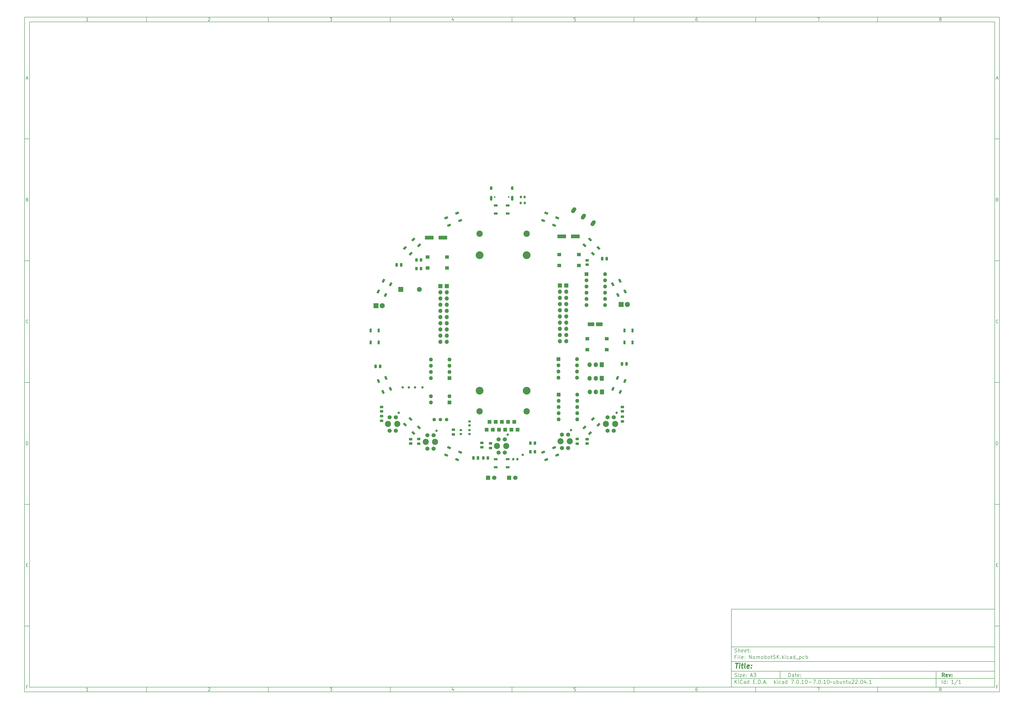
<source format=gbr>
%TF.GenerationSoftware,KiCad,Pcbnew,7.0.10-7.0.10~ubuntu22.04.1*%
%TF.CreationDate,2024-02-07T11:44:01+07:00*%
%TF.ProjectId,NomobotSK,4e6f6d6f-626f-4745-934b-2e6b69636164,rev?*%
%TF.SameCoordinates,Original*%
%TF.FileFunction,Soldermask,Top*%
%TF.FilePolarity,Negative*%
%FSLAX46Y46*%
G04 Gerber Fmt 4.6, Leading zero omitted, Abs format (unit mm)*
G04 Created by KiCad (PCBNEW 7.0.10-7.0.10~ubuntu22.04.1) date 2024-02-07 11:44:01*
%MOMM*%
%LPD*%
G01*
G04 APERTURE LIST*
G04 Aperture macros list*
%AMRoundRect*
0 Rectangle with rounded corners*
0 $1 Rounding radius*
0 $2 $3 $4 $5 $6 $7 $8 $9 X,Y pos of 4 corners*
0 Add a 4 corners polygon primitive as box body*
4,1,4,$2,$3,$4,$5,$6,$7,$8,$9,$2,$3,0*
0 Add four circle primitives for the rounded corners*
1,1,$1+$1,$2,$3*
1,1,$1+$1,$4,$5*
1,1,$1+$1,$6,$7*
1,1,$1+$1,$8,$9*
0 Add four rect primitives between the rounded corners*
20,1,$1+$1,$2,$3,$4,$5,0*
20,1,$1+$1,$4,$5,$6,$7,0*
20,1,$1+$1,$6,$7,$8,$9,0*
20,1,$1+$1,$8,$9,$2,$3,0*%
%AMHorizOval*
0 Thick line with rounded ends*
0 $1 width*
0 $2 $3 position (X,Y) of the first rounded end (center of the circle)*
0 $4 $5 position (X,Y) of the second rounded end (center of the circle)*
0 Add line between two ends*
20,1,$1,$2,$3,$4,$5,0*
0 Add two circle primitives to create the rounded ends*
1,1,$1,$2,$3*
1,1,$1,$4,$5*%
%AMRotRect*
0 Rectangle, with rotation*
0 The origin of the aperture is its center*
0 $1 length*
0 $2 width*
0 $3 Rotation angle, in degrees counterclockwise*
0 Add horizontal line*
21,1,$1,$2,0,0,$3*%
G04 Aperture macros list end*
%ADD10C,0.100000*%
%ADD11C,0.150000*%
%ADD12C,0.300000*%
%ADD13C,0.400000*%
%ADD14RoundRect,0.243750X0.456250X-0.243750X0.456250X0.243750X-0.456250X0.243750X-0.456250X-0.243750X0*%
%ADD15RoundRect,0.200000X-0.275000X0.200000X-0.275000X-0.200000X0.275000X-0.200000X0.275000X0.200000X0*%
%ADD16RoundRect,0.250000X0.600000X0.725000X-0.600000X0.725000X-0.600000X-0.725000X0.600000X-0.725000X0*%
%ADD17O,1.700000X1.950000*%
%ADD18RotRect,1.500000X0.900000X202.500000*%
%ADD19RotRect,1.500000X0.900000X67.500000*%
%ADD20R,1.600000X1.600000*%
%ADD21O,1.600000X1.600000*%
%ADD22R,1.600000X1.400000*%
%ADD23R,2.000000X2.000000*%
%ADD24C,2.000000*%
%ADD25RotRect,1.500000X0.900000X157.500000*%
%ADD26C,3.200000*%
%ADD27C,2.604000*%
%ADD28RoundRect,0.250000X-0.262500X-0.450000X0.262500X-0.450000X0.262500X0.450000X-0.262500X0.450000X0*%
%ADD29C,1.000000*%
%ADD30R,1.500000X0.900000*%
%ADD31RoundRect,0.250000X1.075000X0.550000X-1.075000X0.550000X-1.075000X-0.550000X1.075000X-0.550000X0*%
%ADD32RoundRect,0.243750X-0.456250X0.243750X-0.456250X-0.243750X0.456250X-0.243750X0.456250X0.243750X0*%
%ADD33RotRect,1.500000X0.900000X115.500000*%
%ADD34R,1.700000X1.700000*%
%ADD35O,1.700000X1.700000*%
%ADD36RoundRect,0.250000X1.500000X0.550000X-1.500000X0.550000X-1.500000X-0.550000X1.500000X-0.550000X0*%
%ADD37RoundRect,0.250000X0.262500X0.450000X-0.262500X0.450000X-0.262500X-0.450000X0.262500X-0.450000X0*%
%ADD38RoundRect,0.225000X-0.225000X-0.250000X0.225000X-0.250000X0.225000X0.250000X-0.225000X0.250000X0*%
%ADD39RoundRect,0.250000X0.250000X0.475000X-0.250000X0.475000X-0.250000X-0.475000X0.250000X-0.475000X0*%
%ADD40RotRect,1.500000X0.900000X292.500000*%
%ADD41RoundRect,0.250000X0.450000X-0.262500X0.450000X0.262500X-0.450000X0.262500X-0.450000X-0.262500X0*%
%ADD42R,1.800000X1.800000*%
%ADD43C,1.800000*%
%ADD44R,0.900000X1.500000*%
%ADD45RoundRect,0.200000X0.200000X0.275000X-0.200000X0.275000X-0.200000X-0.275000X0.200000X-0.275000X0*%
%ADD46RoundRect,0.200000X-0.200000X-0.275000X0.200000X-0.275000X0.200000X0.275000X-0.200000X0.275000X0*%
%ADD47RoundRect,0.218750X0.256250X-0.218750X0.256250X0.218750X-0.256250X0.218750X-0.256250X-0.218750X0*%
%ADD48RoundRect,0.250000X-0.250000X-0.475000X0.250000X-0.475000X0.250000X0.475000X-0.250000X0.475000X0*%
%ADD49HorizOval,1.600000X-0.277785X-0.415735X0.277785X0.415735X0*%
%ADD50RotRect,1.500000X0.900000X225.000000*%
%ADD51RotRect,1.500000X0.900000X315.000000*%
%ADD52RotRect,1.500000X0.900000X337.500000*%
%ADD53RoundRect,0.250000X-0.450000X0.262500X-0.450000X-0.262500X0.450000X-0.262500X0.450000X0.262500X0*%
%ADD54RotRect,1.500000X0.900000X244.500000*%
%ADD55C,1.440000*%
%ADD56RotRect,1.500000X0.900000X135.000000*%
%ADD57RotRect,1.500000X0.900000X45.000000*%
%ADD58R,1.524000X1.524000*%
%ADD59RotRect,1.500000X0.900000X22.500000*%
%ADD60RoundRect,0.250000X-1.500000X-0.550000X1.500000X-0.550000X1.500000X0.550000X-1.500000X0.550000X0*%
%ADD61C,2.500000*%
%ADD62C,1.704000*%
%ADD63C,0.650000*%
%ADD64O,1.000000X1.600000*%
%ADD65O,1.000000X2.100000*%
%ADD66R,2.100000X2.100000*%
%ADD67C,2.100000*%
G04 APERTURE END LIST*
D10*
D11*
X299989000Y-253002200D02*
X407989000Y-253002200D01*
X407989000Y-285002200D01*
X299989000Y-285002200D01*
X299989000Y-253002200D01*
D10*
D11*
X10000000Y-10000000D02*
X409989000Y-10000000D01*
X409989000Y-287002200D01*
X10000000Y-287002200D01*
X10000000Y-10000000D01*
D10*
D11*
X12000000Y-12000000D02*
X407989000Y-12000000D01*
X407989000Y-285002200D01*
X12000000Y-285002200D01*
X12000000Y-12000000D01*
D10*
D11*
X60000000Y-12000000D02*
X60000000Y-10000000D01*
D10*
D11*
X110000000Y-12000000D02*
X110000000Y-10000000D01*
D10*
D11*
X160000000Y-12000000D02*
X160000000Y-10000000D01*
D10*
D11*
X210000000Y-12000000D02*
X210000000Y-10000000D01*
D10*
D11*
X260000000Y-12000000D02*
X260000000Y-10000000D01*
D10*
D11*
X310000000Y-12000000D02*
X310000000Y-10000000D01*
D10*
D11*
X360000000Y-12000000D02*
X360000000Y-10000000D01*
D10*
D11*
X36089160Y-11593604D02*
X35346303Y-11593604D01*
X35717731Y-11593604D02*
X35717731Y-10293604D01*
X35717731Y-10293604D02*
X35593922Y-10479319D01*
X35593922Y-10479319D02*
X35470112Y-10603128D01*
X35470112Y-10603128D02*
X35346303Y-10665033D01*
D10*
D11*
X85346303Y-10417414D02*
X85408207Y-10355509D01*
X85408207Y-10355509D02*
X85532017Y-10293604D01*
X85532017Y-10293604D02*
X85841541Y-10293604D01*
X85841541Y-10293604D02*
X85965350Y-10355509D01*
X85965350Y-10355509D02*
X86027255Y-10417414D01*
X86027255Y-10417414D02*
X86089160Y-10541223D01*
X86089160Y-10541223D02*
X86089160Y-10665033D01*
X86089160Y-10665033D02*
X86027255Y-10850747D01*
X86027255Y-10850747D02*
X85284398Y-11593604D01*
X85284398Y-11593604D02*
X86089160Y-11593604D01*
D10*
D11*
X135284398Y-10293604D02*
X136089160Y-10293604D01*
X136089160Y-10293604D02*
X135655826Y-10788842D01*
X135655826Y-10788842D02*
X135841541Y-10788842D01*
X135841541Y-10788842D02*
X135965350Y-10850747D01*
X135965350Y-10850747D02*
X136027255Y-10912652D01*
X136027255Y-10912652D02*
X136089160Y-11036461D01*
X136089160Y-11036461D02*
X136089160Y-11345985D01*
X136089160Y-11345985D02*
X136027255Y-11469795D01*
X136027255Y-11469795D02*
X135965350Y-11531700D01*
X135965350Y-11531700D02*
X135841541Y-11593604D01*
X135841541Y-11593604D02*
X135470112Y-11593604D01*
X135470112Y-11593604D02*
X135346303Y-11531700D01*
X135346303Y-11531700D02*
X135284398Y-11469795D01*
D10*
D11*
X185965350Y-10726938D02*
X185965350Y-11593604D01*
X185655826Y-10231700D02*
X185346303Y-11160271D01*
X185346303Y-11160271D02*
X186151064Y-11160271D01*
D10*
D11*
X236027255Y-10293604D02*
X235408207Y-10293604D01*
X235408207Y-10293604D02*
X235346303Y-10912652D01*
X235346303Y-10912652D02*
X235408207Y-10850747D01*
X235408207Y-10850747D02*
X235532017Y-10788842D01*
X235532017Y-10788842D02*
X235841541Y-10788842D01*
X235841541Y-10788842D02*
X235965350Y-10850747D01*
X235965350Y-10850747D02*
X236027255Y-10912652D01*
X236027255Y-10912652D02*
X236089160Y-11036461D01*
X236089160Y-11036461D02*
X236089160Y-11345985D01*
X236089160Y-11345985D02*
X236027255Y-11469795D01*
X236027255Y-11469795D02*
X235965350Y-11531700D01*
X235965350Y-11531700D02*
X235841541Y-11593604D01*
X235841541Y-11593604D02*
X235532017Y-11593604D01*
X235532017Y-11593604D02*
X235408207Y-11531700D01*
X235408207Y-11531700D02*
X235346303Y-11469795D01*
D10*
D11*
X285965350Y-10293604D02*
X285717731Y-10293604D01*
X285717731Y-10293604D02*
X285593922Y-10355509D01*
X285593922Y-10355509D02*
X285532017Y-10417414D01*
X285532017Y-10417414D02*
X285408207Y-10603128D01*
X285408207Y-10603128D02*
X285346303Y-10850747D01*
X285346303Y-10850747D02*
X285346303Y-11345985D01*
X285346303Y-11345985D02*
X285408207Y-11469795D01*
X285408207Y-11469795D02*
X285470112Y-11531700D01*
X285470112Y-11531700D02*
X285593922Y-11593604D01*
X285593922Y-11593604D02*
X285841541Y-11593604D01*
X285841541Y-11593604D02*
X285965350Y-11531700D01*
X285965350Y-11531700D02*
X286027255Y-11469795D01*
X286027255Y-11469795D02*
X286089160Y-11345985D01*
X286089160Y-11345985D02*
X286089160Y-11036461D01*
X286089160Y-11036461D02*
X286027255Y-10912652D01*
X286027255Y-10912652D02*
X285965350Y-10850747D01*
X285965350Y-10850747D02*
X285841541Y-10788842D01*
X285841541Y-10788842D02*
X285593922Y-10788842D01*
X285593922Y-10788842D02*
X285470112Y-10850747D01*
X285470112Y-10850747D02*
X285408207Y-10912652D01*
X285408207Y-10912652D02*
X285346303Y-11036461D01*
D10*
D11*
X335284398Y-10293604D02*
X336151064Y-10293604D01*
X336151064Y-10293604D02*
X335593922Y-11593604D01*
D10*
D11*
X385593922Y-10850747D02*
X385470112Y-10788842D01*
X385470112Y-10788842D02*
X385408207Y-10726938D01*
X385408207Y-10726938D02*
X385346303Y-10603128D01*
X385346303Y-10603128D02*
X385346303Y-10541223D01*
X385346303Y-10541223D02*
X385408207Y-10417414D01*
X385408207Y-10417414D02*
X385470112Y-10355509D01*
X385470112Y-10355509D02*
X385593922Y-10293604D01*
X385593922Y-10293604D02*
X385841541Y-10293604D01*
X385841541Y-10293604D02*
X385965350Y-10355509D01*
X385965350Y-10355509D02*
X386027255Y-10417414D01*
X386027255Y-10417414D02*
X386089160Y-10541223D01*
X386089160Y-10541223D02*
X386089160Y-10603128D01*
X386089160Y-10603128D02*
X386027255Y-10726938D01*
X386027255Y-10726938D02*
X385965350Y-10788842D01*
X385965350Y-10788842D02*
X385841541Y-10850747D01*
X385841541Y-10850747D02*
X385593922Y-10850747D01*
X385593922Y-10850747D02*
X385470112Y-10912652D01*
X385470112Y-10912652D02*
X385408207Y-10974557D01*
X385408207Y-10974557D02*
X385346303Y-11098366D01*
X385346303Y-11098366D02*
X385346303Y-11345985D01*
X385346303Y-11345985D02*
X385408207Y-11469795D01*
X385408207Y-11469795D02*
X385470112Y-11531700D01*
X385470112Y-11531700D02*
X385593922Y-11593604D01*
X385593922Y-11593604D02*
X385841541Y-11593604D01*
X385841541Y-11593604D02*
X385965350Y-11531700D01*
X385965350Y-11531700D02*
X386027255Y-11469795D01*
X386027255Y-11469795D02*
X386089160Y-11345985D01*
X386089160Y-11345985D02*
X386089160Y-11098366D01*
X386089160Y-11098366D02*
X386027255Y-10974557D01*
X386027255Y-10974557D02*
X385965350Y-10912652D01*
X385965350Y-10912652D02*
X385841541Y-10850747D01*
D10*
D11*
X60000000Y-285002200D02*
X60000000Y-287002200D01*
D10*
D11*
X110000000Y-285002200D02*
X110000000Y-287002200D01*
D10*
D11*
X160000000Y-285002200D02*
X160000000Y-287002200D01*
D10*
D11*
X210000000Y-285002200D02*
X210000000Y-287002200D01*
D10*
D11*
X260000000Y-285002200D02*
X260000000Y-287002200D01*
D10*
D11*
X310000000Y-285002200D02*
X310000000Y-287002200D01*
D10*
D11*
X360000000Y-285002200D02*
X360000000Y-287002200D01*
D10*
D11*
X36089160Y-286595804D02*
X35346303Y-286595804D01*
X35717731Y-286595804D02*
X35717731Y-285295804D01*
X35717731Y-285295804D02*
X35593922Y-285481519D01*
X35593922Y-285481519D02*
X35470112Y-285605328D01*
X35470112Y-285605328D02*
X35346303Y-285667233D01*
D10*
D11*
X85346303Y-285419614D02*
X85408207Y-285357709D01*
X85408207Y-285357709D02*
X85532017Y-285295804D01*
X85532017Y-285295804D02*
X85841541Y-285295804D01*
X85841541Y-285295804D02*
X85965350Y-285357709D01*
X85965350Y-285357709D02*
X86027255Y-285419614D01*
X86027255Y-285419614D02*
X86089160Y-285543423D01*
X86089160Y-285543423D02*
X86089160Y-285667233D01*
X86089160Y-285667233D02*
X86027255Y-285852947D01*
X86027255Y-285852947D02*
X85284398Y-286595804D01*
X85284398Y-286595804D02*
X86089160Y-286595804D01*
D10*
D11*
X135284398Y-285295804D02*
X136089160Y-285295804D01*
X136089160Y-285295804D02*
X135655826Y-285791042D01*
X135655826Y-285791042D02*
X135841541Y-285791042D01*
X135841541Y-285791042D02*
X135965350Y-285852947D01*
X135965350Y-285852947D02*
X136027255Y-285914852D01*
X136027255Y-285914852D02*
X136089160Y-286038661D01*
X136089160Y-286038661D02*
X136089160Y-286348185D01*
X136089160Y-286348185D02*
X136027255Y-286471995D01*
X136027255Y-286471995D02*
X135965350Y-286533900D01*
X135965350Y-286533900D02*
X135841541Y-286595804D01*
X135841541Y-286595804D02*
X135470112Y-286595804D01*
X135470112Y-286595804D02*
X135346303Y-286533900D01*
X135346303Y-286533900D02*
X135284398Y-286471995D01*
D10*
D11*
X185965350Y-285729138D02*
X185965350Y-286595804D01*
X185655826Y-285233900D02*
X185346303Y-286162471D01*
X185346303Y-286162471D02*
X186151064Y-286162471D01*
D10*
D11*
X236027255Y-285295804D02*
X235408207Y-285295804D01*
X235408207Y-285295804D02*
X235346303Y-285914852D01*
X235346303Y-285914852D02*
X235408207Y-285852947D01*
X235408207Y-285852947D02*
X235532017Y-285791042D01*
X235532017Y-285791042D02*
X235841541Y-285791042D01*
X235841541Y-285791042D02*
X235965350Y-285852947D01*
X235965350Y-285852947D02*
X236027255Y-285914852D01*
X236027255Y-285914852D02*
X236089160Y-286038661D01*
X236089160Y-286038661D02*
X236089160Y-286348185D01*
X236089160Y-286348185D02*
X236027255Y-286471995D01*
X236027255Y-286471995D02*
X235965350Y-286533900D01*
X235965350Y-286533900D02*
X235841541Y-286595804D01*
X235841541Y-286595804D02*
X235532017Y-286595804D01*
X235532017Y-286595804D02*
X235408207Y-286533900D01*
X235408207Y-286533900D02*
X235346303Y-286471995D01*
D10*
D11*
X285965350Y-285295804D02*
X285717731Y-285295804D01*
X285717731Y-285295804D02*
X285593922Y-285357709D01*
X285593922Y-285357709D02*
X285532017Y-285419614D01*
X285532017Y-285419614D02*
X285408207Y-285605328D01*
X285408207Y-285605328D02*
X285346303Y-285852947D01*
X285346303Y-285852947D02*
X285346303Y-286348185D01*
X285346303Y-286348185D02*
X285408207Y-286471995D01*
X285408207Y-286471995D02*
X285470112Y-286533900D01*
X285470112Y-286533900D02*
X285593922Y-286595804D01*
X285593922Y-286595804D02*
X285841541Y-286595804D01*
X285841541Y-286595804D02*
X285965350Y-286533900D01*
X285965350Y-286533900D02*
X286027255Y-286471995D01*
X286027255Y-286471995D02*
X286089160Y-286348185D01*
X286089160Y-286348185D02*
X286089160Y-286038661D01*
X286089160Y-286038661D02*
X286027255Y-285914852D01*
X286027255Y-285914852D02*
X285965350Y-285852947D01*
X285965350Y-285852947D02*
X285841541Y-285791042D01*
X285841541Y-285791042D02*
X285593922Y-285791042D01*
X285593922Y-285791042D02*
X285470112Y-285852947D01*
X285470112Y-285852947D02*
X285408207Y-285914852D01*
X285408207Y-285914852D02*
X285346303Y-286038661D01*
D10*
D11*
X335284398Y-285295804D02*
X336151064Y-285295804D01*
X336151064Y-285295804D02*
X335593922Y-286595804D01*
D10*
D11*
X385593922Y-285852947D02*
X385470112Y-285791042D01*
X385470112Y-285791042D02*
X385408207Y-285729138D01*
X385408207Y-285729138D02*
X385346303Y-285605328D01*
X385346303Y-285605328D02*
X385346303Y-285543423D01*
X385346303Y-285543423D02*
X385408207Y-285419614D01*
X385408207Y-285419614D02*
X385470112Y-285357709D01*
X385470112Y-285357709D02*
X385593922Y-285295804D01*
X385593922Y-285295804D02*
X385841541Y-285295804D01*
X385841541Y-285295804D02*
X385965350Y-285357709D01*
X385965350Y-285357709D02*
X386027255Y-285419614D01*
X386027255Y-285419614D02*
X386089160Y-285543423D01*
X386089160Y-285543423D02*
X386089160Y-285605328D01*
X386089160Y-285605328D02*
X386027255Y-285729138D01*
X386027255Y-285729138D02*
X385965350Y-285791042D01*
X385965350Y-285791042D02*
X385841541Y-285852947D01*
X385841541Y-285852947D02*
X385593922Y-285852947D01*
X385593922Y-285852947D02*
X385470112Y-285914852D01*
X385470112Y-285914852D02*
X385408207Y-285976757D01*
X385408207Y-285976757D02*
X385346303Y-286100566D01*
X385346303Y-286100566D02*
X385346303Y-286348185D01*
X385346303Y-286348185D02*
X385408207Y-286471995D01*
X385408207Y-286471995D02*
X385470112Y-286533900D01*
X385470112Y-286533900D02*
X385593922Y-286595804D01*
X385593922Y-286595804D02*
X385841541Y-286595804D01*
X385841541Y-286595804D02*
X385965350Y-286533900D01*
X385965350Y-286533900D02*
X386027255Y-286471995D01*
X386027255Y-286471995D02*
X386089160Y-286348185D01*
X386089160Y-286348185D02*
X386089160Y-286100566D01*
X386089160Y-286100566D02*
X386027255Y-285976757D01*
X386027255Y-285976757D02*
X385965350Y-285914852D01*
X385965350Y-285914852D02*
X385841541Y-285852947D01*
D10*
D11*
X10000000Y-60000000D02*
X12000000Y-60000000D01*
D10*
D11*
X10000000Y-110000000D02*
X12000000Y-110000000D01*
D10*
D11*
X10000000Y-160000000D02*
X12000000Y-160000000D01*
D10*
D11*
X10000000Y-210000000D02*
X12000000Y-210000000D01*
D10*
D11*
X10000000Y-260000000D02*
X12000000Y-260000000D01*
D10*
D11*
X10690476Y-35222176D02*
X11309523Y-35222176D01*
X10566666Y-35593604D02*
X10999999Y-34293604D01*
X10999999Y-34293604D02*
X11433333Y-35593604D01*
D10*
D11*
X11092857Y-84912652D02*
X11278571Y-84974557D01*
X11278571Y-84974557D02*
X11340476Y-85036461D01*
X11340476Y-85036461D02*
X11402380Y-85160271D01*
X11402380Y-85160271D02*
X11402380Y-85345985D01*
X11402380Y-85345985D02*
X11340476Y-85469795D01*
X11340476Y-85469795D02*
X11278571Y-85531700D01*
X11278571Y-85531700D02*
X11154761Y-85593604D01*
X11154761Y-85593604D02*
X10659523Y-85593604D01*
X10659523Y-85593604D02*
X10659523Y-84293604D01*
X10659523Y-84293604D02*
X11092857Y-84293604D01*
X11092857Y-84293604D02*
X11216666Y-84355509D01*
X11216666Y-84355509D02*
X11278571Y-84417414D01*
X11278571Y-84417414D02*
X11340476Y-84541223D01*
X11340476Y-84541223D02*
X11340476Y-84665033D01*
X11340476Y-84665033D02*
X11278571Y-84788842D01*
X11278571Y-84788842D02*
X11216666Y-84850747D01*
X11216666Y-84850747D02*
X11092857Y-84912652D01*
X11092857Y-84912652D02*
X10659523Y-84912652D01*
D10*
D11*
X11402380Y-135469795D02*
X11340476Y-135531700D01*
X11340476Y-135531700D02*
X11154761Y-135593604D01*
X11154761Y-135593604D02*
X11030952Y-135593604D01*
X11030952Y-135593604D02*
X10845238Y-135531700D01*
X10845238Y-135531700D02*
X10721428Y-135407890D01*
X10721428Y-135407890D02*
X10659523Y-135284080D01*
X10659523Y-135284080D02*
X10597619Y-135036461D01*
X10597619Y-135036461D02*
X10597619Y-134850747D01*
X10597619Y-134850747D02*
X10659523Y-134603128D01*
X10659523Y-134603128D02*
X10721428Y-134479319D01*
X10721428Y-134479319D02*
X10845238Y-134355509D01*
X10845238Y-134355509D02*
X11030952Y-134293604D01*
X11030952Y-134293604D02*
X11154761Y-134293604D01*
X11154761Y-134293604D02*
X11340476Y-134355509D01*
X11340476Y-134355509D02*
X11402380Y-134417414D01*
D10*
D11*
X10659523Y-185593604D02*
X10659523Y-184293604D01*
X10659523Y-184293604D02*
X10969047Y-184293604D01*
X10969047Y-184293604D02*
X11154761Y-184355509D01*
X11154761Y-184355509D02*
X11278571Y-184479319D01*
X11278571Y-184479319D02*
X11340476Y-184603128D01*
X11340476Y-184603128D02*
X11402380Y-184850747D01*
X11402380Y-184850747D02*
X11402380Y-185036461D01*
X11402380Y-185036461D02*
X11340476Y-185284080D01*
X11340476Y-185284080D02*
X11278571Y-185407890D01*
X11278571Y-185407890D02*
X11154761Y-185531700D01*
X11154761Y-185531700D02*
X10969047Y-185593604D01*
X10969047Y-185593604D02*
X10659523Y-185593604D01*
D10*
D11*
X10721428Y-234912652D02*
X11154762Y-234912652D01*
X11340476Y-235593604D02*
X10721428Y-235593604D01*
X10721428Y-235593604D02*
X10721428Y-234293604D01*
X10721428Y-234293604D02*
X11340476Y-234293604D01*
D10*
D11*
X11185714Y-284912652D02*
X10752380Y-284912652D01*
X10752380Y-285593604D02*
X10752380Y-284293604D01*
X10752380Y-284293604D02*
X11371428Y-284293604D01*
D10*
D11*
X409989000Y-60000000D02*
X407989000Y-60000000D01*
D10*
D11*
X409989000Y-110000000D02*
X407989000Y-110000000D01*
D10*
D11*
X409989000Y-160000000D02*
X407989000Y-160000000D01*
D10*
D11*
X409989000Y-210000000D02*
X407989000Y-210000000D01*
D10*
D11*
X409989000Y-260000000D02*
X407989000Y-260000000D01*
D10*
D11*
X408679476Y-35222176D02*
X409298523Y-35222176D01*
X408555666Y-35593604D02*
X408988999Y-34293604D01*
X408988999Y-34293604D02*
X409422333Y-35593604D01*
D10*
D11*
X409081857Y-84912652D02*
X409267571Y-84974557D01*
X409267571Y-84974557D02*
X409329476Y-85036461D01*
X409329476Y-85036461D02*
X409391380Y-85160271D01*
X409391380Y-85160271D02*
X409391380Y-85345985D01*
X409391380Y-85345985D02*
X409329476Y-85469795D01*
X409329476Y-85469795D02*
X409267571Y-85531700D01*
X409267571Y-85531700D02*
X409143761Y-85593604D01*
X409143761Y-85593604D02*
X408648523Y-85593604D01*
X408648523Y-85593604D02*
X408648523Y-84293604D01*
X408648523Y-84293604D02*
X409081857Y-84293604D01*
X409081857Y-84293604D02*
X409205666Y-84355509D01*
X409205666Y-84355509D02*
X409267571Y-84417414D01*
X409267571Y-84417414D02*
X409329476Y-84541223D01*
X409329476Y-84541223D02*
X409329476Y-84665033D01*
X409329476Y-84665033D02*
X409267571Y-84788842D01*
X409267571Y-84788842D02*
X409205666Y-84850747D01*
X409205666Y-84850747D02*
X409081857Y-84912652D01*
X409081857Y-84912652D02*
X408648523Y-84912652D01*
D10*
D11*
X409391380Y-135469795D02*
X409329476Y-135531700D01*
X409329476Y-135531700D02*
X409143761Y-135593604D01*
X409143761Y-135593604D02*
X409019952Y-135593604D01*
X409019952Y-135593604D02*
X408834238Y-135531700D01*
X408834238Y-135531700D02*
X408710428Y-135407890D01*
X408710428Y-135407890D02*
X408648523Y-135284080D01*
X408648523Y-135284080D02*
X408586619Y-135036461D01*
X408586619Y-135036461D02*
X408586619Y-134850747D01*
X408586619Y-134850747D02*
X408648523Y-134603128D01*
X408648523Y-134603128D02*
X408710428Y-134479319D01*
X408710428Y-134479319D02*
X408834238Y-134355509D01*
X408834238Y-134355509D02*
X409019952Y-134293604D01*
X409019952Y-134293604D02*
X409143761Y-134293604D01*
X409143761Y-134293604D02*
X409329476Y-134355509D01*
X409329476Y-134355509D02*
X409391380Y-134417414D01*
D10*
D11*
X408648523Y-185593604D02*
X408648523Y-184293604D01*
X408648523Y-184293604D02*
X408958047Y-184293604D01*
X408958047Y-184293604D02*
X409143761Y-184355509D01*
X409143761Y-184355509D02*
X409267571Y-184479319D01*
X409267571Y-184479319D02*
X409329476Y-184603128D01*
X409329476Y-184603128D02*
X409391380Y-184850747D01*
X409391380Y-184850747D02*
X409391380Y-185036461D01*
X409391380Y-185036461D02*
X409329476Y-185284080D01*
X409329476Y-185284080D02*
X409267571Y-185407890D01*
X409267571Y-185407890D02*
X409143761Y-185531700D01*
X409143761Y-185531700D02*
X408958047Y-185593604D01*
X408958047Y-185593604D02*
X408648523Y-185593604D01*
D10*
D11*
X408710428Y-234912652D02*
X409143762Y-234912652D01*
X409329476Y-235593604D02*
X408710428Y-235593604D01*
X408710428Y-235593604D02*
X408710428Y-234293604D01*
X408710428Y-234293604D02*
X409329476Y-234293604D01*
D10*
D11*
X409174714Y-284912652D02*
X408741380Y-284912652D01*
X408741380Y-285593604D02*
X408741380Y-284293604D01*
X408741380Y-284293604D02*
X409360428Y-284293604D01*
D10*
D11*
X323444826Y-280788328D02*
X323444826Y-279288328D01*
X323444826Y-279288328D02*
X323801969Y-279288328D01*
X323801969Y-279288328D02*
X324016255Y-279359757D01*
X324016255Y-279359757D02*
X324159112Y-279502614D01*
X324159112Y-279502614D02*
X324230541Y-279645471D01*
X324230541Y-279645471D02*
X324301969Y-279931185D01*
X324301969Y-279931185D02*
X324301969Y-280145471D01*
X324301969Y-280145471D02*
X324230541Y-280431185D01*
X324230541Y-280431185D02*
X324159112Y-280574042D01*
X324159112Y-280574042D02*
X324016255Y-280716900D01*
X324016255Y-280716900D02*
X323801969Y-280788328D01*
X323801969Y-280788328D02*
X323444826Y-280788328D01*
X325587684Y-280788328D02*
X325587684Y-280002614D01*
X325587684Y-280002614D02*
X325516255Y-279859757D01*
X325516255Y-279859757D02*
X325373398Y-279788328D01*
X325373398Y-279788328D02*
X325087684Y-279788328D01*
X325087684Y-279788328D02*
X324944826Y-279859757D01*
X325587684Y-280716900D02*
X325444826Y-280788328D01*
X325444826Y-280788328D02*
X325087684Y-280788328D01*
X325087684Y-280788328D02*
X324944826Y-280716900D01*
X324944826Y-280716900D02*
X324873398Y-280574042D01*
X324873398Y-280574042D02*
X324873398Y-280431185D01*
X324873398Y-280431185D02*
X324944826Y-280288328D01*
X324944826Y-280288328D02*
X325087684Y-280216900D01*
X325087684Y-280216900D02*
X325444826Y-280216900D01*
X325444826Y-280216900D02*
X325587684Y-280145471D01*
X326087684Y-279788328D02*
X326659112Y-279788328D01*
X326301969Y-279288328D02*
X326301969Y-280574042D01*
X326301969Y-280574042D02*
X326373398Y-280716900D01*
X326373398Y-280716900D02*
X326516255Y-280788328D01*
X326516255Y-280788328D02*
X326659112Y-280788328D01*
X327730541Y-280716900D02*
X327587684Y-280788328D01*
X327587684Y-280788328D02*
X327301970Y-280788328D01*
X327301970Y-280788328D02*
X327159112Y-280716900D01*
X327159112Y-280716900D02*
X327087684Y-280574042D01*
X327087684Y-280574042D02*
X327087684Y-280002614D01*
X327087684Y-280002614D02*
X327159112Y-279859757D01*
X327159112Y-279859757D02*
X327301970Y-279788328D01*
X327301970Y-279788328D02*
X327587684Y-279788328D01*
X327587684Y-279788328D02*
X327730541Y-279859757D01*
X327730541Y-279859757D02*
X327801970Y-280002614D01*
X327801970Y-280002614D02*
X327801970Y-280145471D01*
X327801970Y-280145471D02*
X327087684Y-280288328D01*
X328444826Y-280645471D02*
X328516255Y-280716900D01*
X328516255Y-280716900D02*
X328444826Y-280788328D01*
X328444826Y-280788328D02*
X328373398Y-280716900D01*
X328373398Y-280716900D02*
X328444826Y-280645471D01*
X328444826Y-280645471D02*
X328444826Y-280788328D01*
X328444826Y-279859757D02*
X328516255Y-279931185D01*
X328516255Y-279931185D02*
X328444826Y-280002614D01*
X328444826Y-280002614D02*
X328373398Y-279931185D01*
X328373398Y-279931185D02*
X328444826Y-279859757D01*
X328444826Y-279859757D02*
X328444826Y-280002614D01*
D10*
D11*
X299989000Y-281502200D02*
X407989000Y-281502200D01*
D10*
D11*
X301444826Y-283588328D02*
X301444826Y-282088328D01*
X302301969Y-283588328D02*
X301659112Y-282731185D01*
X302301969Y-282088328D02*
X301444826Y-282945471D01*
X302944826Y-283588328D02*
X302944826Y-282588328D01*
X302944826Y-282088328D02*
X302873398Y-282159757D01*
X302873398Y-282159757D02*
X302944826Y-282231185D01*
X302944826Y-282231185D02*
X303016255Y-282159757D01*
X303016255Y-282159757D02*
X302944826Y-282088328D01*
X302944826Y-282088328D02*
X302944826Y-282231185D01*
X304516255Y-283445471D02*
X304444827Y-283516900D01*
X304444827Y-283516900D02*
X304230541Y-283588328D01*
X304230541Y-283588328D02*
X304087684Y-283588328D01*
X304087684Y-283588328D02*
X303873398Y-283516900D01*
X303873398Y-283516900D02*
X303730541Y-283374042D01*
X303730541Y-283374042D02*
X303659112Y-283231185D01*
X303659112Y-283231185D02*
X303587684Y-282945471D01*
X303587684Y-282945471D02*
X303587684Y-282731185D01*
X303587684Y-282731185D02*
X303659112Y-282445471D01*
X303659112Y-282445471D02*
X303730541Y-282302614D01*
X303730541Y-282302614D02*
X303873398Y-282159757D01*
X303873398Y-282159757D02*
X304087684Y-282088328D01*
X304087684Y-282088328D02*
X304230541Y-282088328D01*
X304230541Y-282088328D02*
X304444827Y-282159757D01*
X304444827Y-282159757D02*
X304516255Y-282231185D01*
X305801970Y-283588328D02*
X305801970Y-282802614D01*
X305801970Y-282802614D02*
X305730541Y-282659757D01*
X305730541Y-282659757D02*
X305587684Y-282588328D01*
X305587684Y-282588328D02*
X305301970Y-282588328D01*
X305301970Y-282588328D02*
X305159112Y-282659757D01*
X305801970Y-283516900D02*
X305659112Y-283588328D01*
X305659112Y-283588328D02*
X305301970Y-283588328D01*
X305301970Y-283588328D02*
X305159112Y-283516900D01*
X305159112Y-283516900D02*
X305087684Y-283374042D01*
X305087684Y-283374042D02*
X305087684Y-283231185D01*
X305087684Y-283231185D02*
X305159112Y-283088328D01*
X305159112Y-283088328D02*
X305301970Y-283016900D01*
X305301970Y-283016900D02*
X305659112Y-283016900D01*
X305659112Y-283016900D02*
X305801970Y-282945471D01*
X307159113Y-283588328D02*
X307159113Y-282088328D01*
X307159113Y-283516900D02*
X307016255Y-283588328D01*
X307016255Y-283588328D02*
X306730541Y-283588328D01*
X306730541Y-283588328D02*
X306587684Y-283516900D01*
X306587684Y-283516900D02*
X306516255Y-283445471D01*
X306516255Y-283445471D02*
X306444827Y-283302614D01*
X306444827Y-283302614D02*
X306444827Y-282874042D01*
X306444827Y-282874042D02*
X306516255Y-282731185D01*
X306516255Y-282731185D02*
X306587684Y-282659757D01*
X306587684Y-282659757D02*
X306730541Y-282588328D01*
X306730541Y-282588328D02*
X307016255Y-282588328D01*
X307016255Y-282588328D02*
X307159113Y-282659757D01*
X309016255Y-282802614D02*
X309516255Y-282802614D01*
X309730541Y-283588328D02*
X309016255Y-283588328D01*
X309016255Y-283588328D02*
X309016255Y-282088328D01*
X309016255Y-282088328D02*
X309730541Y-282088328D01*
X310373398Y-283445471D02*
X310444827Y-283516900D01*
X310444827Y-283516900D02*
X310373398Y-283588328D01*
X310373398Y-283588328D02*
X310301970Y-283516900D01*
X310301970Y-283516900D02*
X310373398Y-283445471D01*
X310373398Y-283445471D02*
X310373398Y-283588328D01*
X311087684Y-283588328D02*
X311087684Y-282088328D01*
X311087684Y-282088328D02*
X311444827Y-282088328D01*
X311444827Y-282088328D02*
X311659113Y-282159757D01*
X311659113Y-282159757D02*
X311801970Y-282302614D01*
X311801970Y-282302614D02*
X311873399Y-282445471D01*
X311873399Y-282445471D02*
X311944827Y-282731185D01*
X311944827Y-282731185D02*
X311944827Y-282945471D01*
X311944827Y-282945471D02*
X311873399Y-283231185D01*
X311873399Y-283231185D02*
X311801970Y-283374042D01*
X311801970Y-283374042D02*
X311659113Y-283516900D01*
X311659113Y-283516900D02*
X311444827Y-283588328D01*
X311444827Y-283588328D02*
X311087684Y-283588328D01*
X312587684Y-283445471D02*
X312659113Y-283516900D01*
X312659113Y-283516900D02*
X312587684Y-283588328D01*
X312587684Y-283588328D02*
X312516256Y-283516900D01*
X312516256Y-283516900D02*
X312587684Y-283445471D01*
X312587684Y-283445471D02*
X312587684Y-283588328D01*
X313230542Y-283159757D02*
X313944828Y-283159757D01*
X313087685Y-283588328D02*
X313587685Y-282088328D01*
X313587685Y-282088328D02*
X314087685Y-283588328D01*
X314587684Y-283445471D02*
X314659113Y-283516900D01*
X314659113Y-283516900D02*
X314587684Y-283588328D01*
X314587684Y-283588328D02*
X314516256Y-283516900D01*
X314516256Y-283516900D02*
X314587684Y-283445471D01*
X314587684Y-283445471D02*
X314587684Y-283588328D01*
X317587684Y-283588328D02*
X317587684Y-282088328D01*
X317730542Y-283016900D02*
X318159113Y-283588328D01*
X318159113Y-282588328D02*
X317587684Y-283159757D01*
X318801970Y-283588328D02*
X318801970Y-282588328D01*
X318801970Y-282088328D02*
X318730542Y-282159757D01*
X318730542Y-282159757D02*
X318801970Y-282231185D01*
X318801970Y-282231185D02*
X318873399Y-282159757D01*
X318873399Y-282159757D02*
X318801970Y-282088328D01*
X318801970Y-282088328D02*
X318801970Y-282231185D01*
X320159114Y-283516900D02*
X320016256Y-283588328D01*
X320016256Y-283588328D02*
X319730542Y-283588328D01*
X319730542Y-283588328D02*
X319587685Y-283516900D01*
X319587685Y-283516900D02*
X319516256Y-283445471D01*
X319516256Y-283445471D02*
X319444828Y-283302614D01*
X319444828Y-283302614D02*
X319444828Y-282874042D01*
X319444828Y-282874042D02*
X319516256Y-282731185D01*
X319516256Y-282731185D02*
X319587685Y-282659757D01*
X319587685Y-282659757D02*
X319730542Y-282588328D01*
X319730542Y-282588328D02*
X320016256Y-282588328D01*
X320016256Y-282588328D02*
X320159114Y-282659757D01*
X321444828Y-283588328D02*
X321444828Y-282802614D01*
X321444828Y-282802614D02*
X321373399Y-282659757D01*
X321373399Y-282659757D02*
X321230542Y-282588328D01*
X321230542Y-282588328D02*
X320944828Y-282588328D01*
X320944828Y-282588328D02*
X320801970Y-282659757D01*
X321444828Y-283516900D02*
X321301970Y-283588328D01*
X321301970Y-283588328D02*
X320944828Y-283588328D01*
X320944828Y-283588328D02*
X320801970Y-283516900D01*
X320801970Y-283516900D02*
X320730542Y-283374042D01*
X320730542Y-283374042D02*
X320730542Y-283231185D01*
X320730542Y-283231185D02*
X320801970Y-283088328D01*
X320801970Y-283088328D02*
X320944828Y-283016900D01*
X320944828Y-283016900D02*
X321301970Y-283016900D01*
X321301970Y-283016900D02*
X321444828Y-282945471D01*
X322801971Y-283588328D02*
X322801971Y-282088328D01*
X322801971Y-283516900D02*
X322659113Y-283588328D01*
X322659113Y-283588328D02*
X322373399Y-283588328D01*
X322373399Y-283588328D02*
X322230542Y-283516900D01*
X322230542Y-283516900D02*
X322159113Y-283445471D01*
X322159113Y-283445471D02*
X322087685Y-283302614D01*
X322087685Y-283302614D02*
X322087685Y-282874042D01*
X322087685Y-282874042D02*
X322159113Y-282731185D01*
X322159113Y-282731185D02*
X322230542Y-282659757D01*
X322230542Y-282659757D02*
X322373399Y-282588328D01*
X322373399Y-282588328D02*
X322659113Y-282588328D01*
X322659113Y-282588328D02*
X322801971Y-282659757D01*
X324516256Y-282088328D02*
X325516256Y-282088328D01*
X325516256Y-282088328D02*
X324873399Y-283588328D01*
X326087684Y-283445471D02*
X326159113Y-283516900D01*
X326159113Y-283516900D02*
X326087684Y-283588328D01*
X326087684Y-283588328D02*
X326016256Y-283516900D01*
X326016256Y-283516900D02*
X326087684Y-283445471D01*
X326087684Y-283445471D02*
X326087684Y-283588328D01*
X327087685Y-282088328D02*
X327230542Y-282088328D01*
X327230542Y-282088328D02*
X327373399Y-282159757D01*
X327373399Y-282159757D02*
X327444828Y-282231185D01*
X327444828Y-282231185D02*
X327516256Y-282374042D01*
X327516256Y-282374042D02*
X327587685Y-282659757D01*
X327587685Y-282659757D02*
X327587685Y-283016900D01*
X327587685Y-283016900D02*
X327516256Y-283302614D01*
X327516256Y-283302614D02*
X327444828Y-283445471D01*
X327444828Y-283445471D02*
X327373399Y-283516900D01*
X327373399Y-283516900D02*
X327230542Y-283588328D01*
X327230542Y-283588328D02*
X327087685Y-283588328D01*
X327087685Y-283588328D02*
X326944828Y-283516900D01*
X326944828Y-283516900D02*
X326873399Y-283445471D01*
X326873399Y-283445471D02*
X326801970Y-283302614D01*
X326801970Y-283302614D02*
X326730542Y-283016900D01*
X326730542Y-283016900D02*
X326730542Y-282659757D01*
X326730542Y-282659757D02*
X326801970Y-282374042D01*
X326801970Y-282374042D02*
X326873399Y-282231185D01*
X326873399Y-282231185D02*
X326944828Y-282159757D01*
X326944828Y-282159757D02*
X327087685Y-282088328D01*
X328230541Y-283445471D02*
X328301970Y-283516900D01*
X328301970Y-283516900D02*
X328230541Y-283588328D01*
X328230541Y-283588328D02*
X328159113Y-283516900D01*
X328159113Y-283516900D02*
X328230541Y-283445471D01*
X328230541Y-283445471D02*
X328230541Y-283588328D01*
X329730542Y-283588328D02*
X328873399Y-283588328D01*
X329301970Y-283588328D02*
X329301970Y-282088328D01*
X329301970Y-282088328D02*
X329159113Y-282302614D01*
X329159113Y-282302614D02*
X329016256Y-282445471D01*
X329016256Y-282445471D02*
X328873399Y-282516900D01*
X330659113Y-282088328D02*
X330801970Y-282088328D01*
X330801970Y-282088328D02*
X330944827Y-282159757D01*
X330944827Y-282159757D02*
X331016256Y-282231185D01*
X331016256Y-282231185D02*
X331087684Y-282374042D01*
X331087684Y-282374042D02*
X331159113Y-282659757D01*
X331159113Y-282659757D02*
X331159113Y-283016900D01*
X331159113Y-283016900D02*
X331087684Y-283302614D01*
X331087684Y-283302614D02*
X331016256Y-283445471D01*
X331016256Y-283445471D02*
X330944827Y-283516900D01*
X330944827Y-283516900D02*
X330801970Y-283588328D01*
X330801970Y-283588328D02*
X330659113Y-283588328D01*
X330659113Y-283588328D02*
X330516256Y-283516900D01*
X330516256Y-283516900D02*
X330444827Y-283445471D01*
X330444827Y-283445471D02*
X330373398Y-283302614D01*
X330373398Y-283302614D02*
X330301970Y-283016900D01*
X330301970Y-283016900D02*
X330301970Y-282659757D01*
X330301970Y-282659757D02*
X330373398Y-282374042D01*
X330373398Y-282374042D02*
X330444827Y-282231185D01*
X330444827Y-282231185D02*
X330516256Y-282159757D01*
X330516256Y-282159757D02*
X330659113Y-282088328D01*
X331801969Y-283016900D02*
X332944827Y-283016900D01*
X333516255Y-282088328D02*
X334516255Y-282088328D01*
X334516255Y-282088328D02*
X333873398Y-283588328D01*
X335087683Y-283445471D02*
X335159112Y-283516900D01*
X335159112Y-283516900D02*
X335087683Y-283588328D01*
X335087683Y-283588328D02*
X335016255Y-283516900D01*
X335016255Y-283516900D02*
X335087683Y-283445471D01*
X335087683Y-283445471D02*
X335087683Y-283588328D01*
X336087684Y-282088328D02*
X336230541Y-282088328D01*
X336230541Y-282088328D02*
X336373398Y-282159757D01*
X336373398Y-282159757D02*
X336444827Y-282231185D01*
X336444827Y-282231185D02*
X336516255Y-282374042D01*
X336516255Y-282374042D02*
X336587684Y-282659757D01*
X336587684Y-282659757D02*
X336587684Y-283016900D01*
X336587684Y-283016900D02*
X336516255Y-283302614D01*
X336516255Y-283302614D02*
X336444827Y-283445471D01*
X336444827Y-283445471D02*
X336373398Y-283516900D01*
X336373398Y-283516900D02*
X336230541Y-283588328D01*
X336230541Y-283588328D02*
X336087684Y-283588328D01*
X336087684Y-283588328D02*
X335944827Y-283516900D01*
X335944827Y-283516900D02*
X335873398Y-283445471D01*
X335873398Y-283445471D02*
X335801969Y-283302614D01*
X335801969Y-283302614D02*
X335730541Y-283016900D01*
X335730541Y-283016900D02*
X335730541Y-282659757D01*
X335730541Y-282659757D02*
X335801969Y-282374042D01*
X335801969Y-282374042D02*
X335873398Y-282231185D01*
X335873398Y-282231185D02*
X335944827Y-282159757D01*
X335944827Y-282159757D02*
X336087684Y-282088328D01*
X337230540Y-283445471D02*
X337301969Y-283516900D01*
X337301969Y-283516900D02*
X337230540Y-283588328D01*
X337230540Y-283588328D02*
X337159112Y-283516900D01*
X337159112Y-283516900D02*
X337230540Y-283445471D01*
X337230540Y-283445471D02*
X337230540Y-283588328D01*
X338730541Y-283588328D02*
X337873398Y-283588328D01*
X338301969Y-283588328D02*
X338301969Y-282088328D01*
X338301969Y-282088328D02*
X338159112Y-282302614D01*
X338159112Y-282302614D02*
X338016255Y-282445471D01*
X338016255Y-282445471D02*
X337873398Y-282516900D01*
X339659112Y-282088328D02*
X339801969Y-282088328D01*
X339801969Y-282088328D02*
X339944826Y-282159757D01*
X339944826Y-282159757D02*
X340016255Y-282231185D01*
X340016255Y-282231185D02*
X340087683Y-282374042D01*
X340087683Y-282374042D02*
X340159112Y-282659757D01*
X340159112Y-282659757D02*
X340159112Y-283016900D01*
X340159112Y-283016900D02*
X340087683Y-283302614D01*
X340087683Y-283302614D02*
X340016255Y-283445471D01*
X340016255Y-283445471D02*
X339944826Y-283516900D01*
X339944826Y-283516900D02*
X339801969Y-283588328D01*
X339801969Y-283588328D02*
X339659112Y-283588328D01*
X339659112Y-283588328D02*
X339516255Y-283516900D01*
X339516255Y-283516900D02*
X339444826Y-283445471D01*
X339444826Y-283445471D02*
X339373397Y-283302614D01*
X339373397Y-283302614D02*
X339301969Y-283016900D01*
X339301969Y-283016900D02*
X339301969Y-282659757D01*
X339301969Y-282659757D02*
X339373397Y-282374042D01*
X339373397Y-282374042D02*
X339444826Y-282231185D01*
X339444826Y-282231185D02*
X339516255Y-282159757D01*
X339516255Y-282159757D02*
X339659112Y-282088328D01*
X340587683Y-283016900D02*
X340659111Y-282945471D01*
X340659111Y-282945471D02*
X340801968Y-282874042D01*
X340801968Y-282874042D02*
X341087683Y-283016900D01*
X341087683Y-283016900D02*
X341230540Y-282945471D01*
X341230540Y-282945471D02*
X341301968Y-282874042D01*
X342516255Y-282588328D02*
X342516255Y-283588328D01*
X341873397Y-282588328D02*
X341873397Y-283374042D01*
X341873397Y-283374042D02*
X341944826Y-283516900D01*
X341944826Y-283516900D02*
X342087683Y-283588328D01*
X342087683Y-283588328D02*
X342301969Y-283588328D01*
X342301969Y-283588328D02*
X342444826Y-283516900D01*
X342444826Y-283516900D02*
X342516255Y-283445471D01*
X343230540Y-283588328D02*
X343230540Y-282088328D01*
X343230540Y-282659757D02*
X343373398Y-282588328D01*
X343373398Y-282588328D02*
X343659112Y-282588328D01*
X343659112Y-282588328D02*
X343801969Y-282659757D01*
X343801969Y-282659757D02*
X343873398Y-282731185D01*
X343873398Y-282731185D02*
X343944826Y-282874042D01*
X343944826Y-282874042D02*
X343944826Y-283302614D01*
X343944826Y-283302614D02*
X343873398Y-283445471D01*
X343873398Y-283445471D02*
X343801969Y-283516900D01*
X343801969Y-283516900D02*
X343659112Y-283588328D01*
X343659112Y-283588328D02*
X343373398Y-283588328D01*
X343373398Y-283588328D02*
X343230540Y-283516900D01*
X345230541Y-282588328D02*
X345230541Y-283588328D01*
X344587683Y-282588328D02*
X344587683Y-283374042D01*
X344587683Y-283374042D02*
X344659112Y-283516900D01*
X344659112Y-283516900D02*
X344801969Y-283588328D01*
X344801969Y-283588328D02*
X345016255Y-283588328D01*
X345016255Y-283588328D02*
X345159112Y-283516900D01*
X345159112Y-283516900D02*
X345230541Y-283445471D01*
X345944826Y-282588328D02*
X345944826Y-283588328D01*
X345944826Y-282731185D02*
X346016255Y-282659757D01*
X346016255Y-282659757D02*
X346159112Y-282588328D01*
X346159112Y-282588328D02*
X346373398Y-282588328D01*
X346373398Y-282588328D02*
X346516255Y-282659757D01*
X346516255Y-282659757D02*
X346587684Y-282802614D01*
X346587684Y-282802614D02*
X346587684Y-283588328D01*
X347087684Y-282588328D02*
X347659112Y-282588328D01*
X347301969Y-282088328D02*
X347301969Y-283374042D01*
X347301969Y-283374042D02*
X347373398Y-283516900D01*
X347373398Y-283516900D02*
X347516255Y-283588328D01*
X347516255Y-283588328D02*
X347659112Y-283588328D01*
X348801970Y-282588328D02*
X348801970Y-283588328D01*
X348159112Y-282588328D02*
X348159112Y-283374042D01*
X348159112Y-283374042D02*
X348230541Y-283516900D01*
X348230541Y-283516900D02*
X348373398Y-283588328D01*
X348373398Y-283588328D02*
X348587684Y-283588328D01*
X348587684Y-283588328D02*
X348730541Y-283516900D01*
X348730541Y-283516900D02*
X348801970Y-283445471D01*
X349444827Y-282231185D02*
X349516255Y-282159757D01*
X349516255Y-282159757D02*
X349659113Y-282088328D01*
X349659113Y-282088328D02*
X350016255Y-282088328D01*
X350016255Y-282088328D02*
X350159113Y-282159757D01*
X350159113Y-282159757D02*
X350230541Y-282231185D01*
X350230541Y-282231185D02*
X350301970Y-282374042D01*
X350301970Y-282374042D02*
X350301970Y-282516900D01*
X350301970Y-282516900D02*
X350230541Y-282731185D01*
X350230541Y-282731185D02*
X349373398Y-283588328D01*
X349373398Y-283588328D02*
X350301970Y-283588328D01*
X350873398Y-282231185D02*
X350944826Y-282159757D01*
X350944826Y-282159757D02*
X351087684Y-282088328D01*
X351087684Y-282088328D02*
X351444826Y-282088328D01*
X351444826Y-282088328D02*
X351587684Y-282159757D01*
X351587684Y-282159757D02*
X351659112Y-282231185D01*
X351659112Y-282231185D02*
X351730541Y-282374042D01*
X351730541Y-282374042D02*
X351730541Y-282516900D01*
X351730541Y-282516900D02*
X351659112Y-282731185D01*
X351659112Y-282731185D02*
X350801969Y-283588328D01*
X350801969Y-283588328D02*
X351730541Y-283588328D01*
X352373397Y-283445471D02*
X352444826Y-283516900D01*
X352444826Y-283516900D02*
X352373397Y-283588328D01*
X352373397Y-283588328D02*
X352301969Y-283516900D01*
X352301969Y-283516900D02*
X352373397Y-283445471D01*
X352373397Y-283445471D02*
X352373397Y-283588328D01*
X353373398Y-282088328D02*
X353516255Y-282088328D01*
X353516255Y-282088328D02*
X353659112Y-282159757D01*
X353659112Y-282159757D02*
X353730541Y-282231185D01*
X353730541Y-282231185D02*
X353801969Y-282374042D01*
X353801969Y-282374042D02*
X353873398Y-282659757D01*
X353873398Y-282659757D02*
X353873398Y-283016900D01*
X353873398Y-283016900D02*
X353801969Y-283302614D01*
X353801969Y-283302614D02*
X353730541Y-283445471D01*
X353730541Y-283445471D02*
X353659112Y-283516900D01*
X353659112Y-283516900D02*
X353516255Y-283588328D01*
X353516255Y-283588328D02*
X353373398Y-283588328D01*
X353373398Y-283588328D02*
X353230541Y-283516900D01*
X353230541Y-283516900D02*
X353159112Y-283445471D01*
X353159112Y-283445471D02*
X353087683Y-283302614D01*
X353087683Y-283302614D02*
X353016255Y-283016900D01*
X353016255Y-283016900D02*
X353016255Y-282659757D01*
X353016255Y-282659757D02*
X353087683Y-282374042D01*
X353087683Y-282374042D02*
X353159112Y-282231185D01*
X353159112Y-282231185D02*
X353230541Y-282159757D01*
X353230541Y-282159757D02*
X353373398Y-282088328D01*
X355159112Y-282588328D02*
X355159112Y-283588328D01*
X354801969Y-282016900D02*
X354444826Y-283088328D01*
X354444826Y-283088328D02*
X355373397Y-283088328D01*
X355944825Y-283445471D02*
X356016254Y-283516900D01*
X356016254Y-283516900D02*
X355944825Y-283588328D01*
X355944825Y-283588328D02*
X355873397Y-283516900D01*
X355873397Y-283516900D02*
X355944825Y-283445471D01*
X355944825Y-283445471D02*
X355944825Y-283588328D01*
X357444826Y-283588328D02*
X356587683Y-283588328D01*
X357016254Y-283588328D02*
X357016254Y-282088328D01*
X357016254Y-282088328D02*
X356873397Y-282302614D01*
X356873397Y-282302614D02*
X356730540Y-282445471D01*
X356730540Y-282445471D02*
X356587683Y-282516900D01*
D10*
D11*
X299989000Y-278502200D02*
X407989000Y-278502200D01*
D10*
D12*
X387400653Y-280780528D02*
X386900653Y-280066242D01*
X386543510Y-280780528D02*
X386543510Y-279280528D01*
X386543510Y-279280528D02*
X387114939Y-279280528D01*
X387114939Y-279280528D02*
X387257796Y-279351957D01*
X387257796Y-279351957D02*
X387329225Y-279423385D01*
X387329225Y-279423385D02*
X387400653Y-279566242D01*
X387400653Y-279566242D02*
X387400653Y-279780528D01*
X387400653Y-279780528D02*
X387329225Y-279923385D01*
X387329225Y-279923385D02*
X387257796Y-279994814D01*
X387257796Y-279994814D02*
X387114939Y-280066242D01*
X387114939Y-280066242D02*
X386543510Y-280066242D01*
X388614939Y-280709100D02*
X388472082Y-280780528D01*
X388472082Y-280780528D02*
X388186368Y-280780528D01*
X388186368Y-280780528D02*
X388043510Y-280709100D01*
X388043510Y-280709100D02*
X387972082Y-280566242D01*
X387972082Y-280566242D02*
X387972082Y-279994814D01*
X387972082Y-279994814D02*
X388043510Y-279851957D01*
X388043510Y-279851957D02*
X388186368Y-279780528D01*
X388186368Y-279780528D02*
X388472082Y-279780528D01*
X388472082Y-279780528D02*
X388614939Y-279851957D01*
X388614939Y-279851957D02*
X388686368Y-279994814D01*
X388686368Y-279994814D02*
X388686368Y-280137671D01*
X388686368Y-280137671D02*
X387972082Y-280280528D01*
X389186367Y-279780528D02*
X389543510Y-280780528D01*
X389543510Y-280780528D02*
X389900653Y-279780528D01*
X390472081Y-280637671D02*
X390543510Y-280709100D01*
X390543510Y-280709100D02*
X390472081Y-280780528D01*
X390472081Y-280780528D02*
X390400653Y-280709100D01*
X390400653Y-280709100D02*
X390472081Y-280637671D01*
X390472081Y-280637671D02*
X390472081Y-280780528D01*
X390472081Y-279851957D02*
X390543510Y-279923385D01*
X390543510Y-279923385D02*
X390472081Y-279994814D01*
X390472081Y-279994814D02*
X390400653Y-279923385D01*
X390400653Y-279923385D02*
X390472081Y-279851957D01*
X390472081Y-279851957D02*
X390472081Y-279994814D01*
D10*
D11*
X301373398Y-280716900D02*
X301587684Y-280788328D01*
X301587684Y-280788328D02*
X301944826Y-280788328D01*
X301944826Y-280788328D02*
X302087684Y-280716900D01*
X302087684Y-280716900D02*
X302159112Y-280645471D01*
X302159112Y-280645471D02*
X302230541Y-280502614D01*
X302230541Y-280502614D02*
X302230541Y-280359757D01*
X302230541Y-280359757D02*
X302159112Y-280216900D01*
X302159112Y-280216900D02*
X302087684Y-280145471D01*
X302087684Y-280145471D02*
X301944826Y-280074042D01*
X301944826Y-280074042D02*
X301659112Y-280002614D01*
X301659112Y-280002614D02*
X301516255Y-279931185D01*
X301516255Y-279931185D02*
X301444826Y-279859757D01*
X301444826Y-279859757D02*
X301373398Y-279716900D01*
X301373398Y-279716900D02*
X301373398Y-279574042D01*
X301373398Y-279574042D02*
X301444826Y-279431185D01*
X301444826Y-279431185D02*
X301516255Y-279359757D01*
X301516255Y-279359757D02*
X301659112Y-279288328D01*
X301659112Y-279288328D02*
X302016255Y-279288328D01*
X302016255Y-279288328D02*
X302230541Y-279359757D01*
X302873397Y-280788328D02*
X302873397Y-279788328D01*
X302873397Y-279288328D02*
X302801969Y-279359757D01*
X302801969Y-279359757D02*
X302873397Y-279431185D01*
X302873397Y-279431185D02*
X302944826Y-279359757D01*
X302944826Y-279359757D02*
X302873397Y-279288328D01*
X302873397Y-279288328D02*
X302873397Y-279431185D01*
X303444826Y-279788328D02*
X304230541Y-279788328D01*
X304230541Y-279788328D02*
X303444826Y-280788328D01*
X303444826Y-280788328D02*
X304230541Y-280788328D01*
X305373398Y-280716900D02*
X305230541Y-280788328D01*
X305230541Y-280788328D02*
X304944827Y-280788328D01*
X304944827Y-280788328D02*
X304801969Y-280716900D01*
X304801969Y-280716900D02*
X304730541Y-280574042D01*
X304730541Y-280574042D02*
X304730541Y-280002614D01*
X304730541Y-280002614D02*
X304801969Y-279859757D01*
X304801969Y-279859757D02*
X304944827Y-279788328D01*
X304944827Y-279788328D02*
X305230541Y-279788328D01*
X305230541Y-279788328D02*
X305373398Y-279859757D01*
X305373398Y-279859757D02*
X305444827Y-280002614D01*
X305444827Y-280002614D02*
X305444827Y-280145471D01*
X305444827Y-280145471D02*
X304730541Y-280288328D01*
X306087683Y-280645471D02*
X306159112Y-280716900D01*
X306159112Y-280716900D02*
X306087683Y-280788328D01*
X306087683Y-280788328D02*
X306016255Y-280716900D01*
X306016255Y-280716900D02*
X306087683Y-280645471D01*
X306087683Y-280645471D02*
X306087683Y-280788328D01*
X306087683Y-279859757D02*
X306159112Y-279931185D01*
X306159112Y-279931185D02*
X306087683Y-280002614D01*
X306087683Y-280002614D02*
X306016255Y-279931185D01*
X306016255Y-279931185D02*
X306087683Y-279859757D01*
X306087683Y-279859757D02*
X306087683Y-280002614D01*
X307873398Y-280359757D02*
X308587684Y-280359757D01*
X307730541Y-280788328D02*
X308230541Y-279288328D01*
X308230541Y-279288328D02*
X308730541Y-280788328D01*
X309087683Y-279288328D02*
X310016255Y-279288328D01*
X310016255Y-279288328D02*
X309516255Y-279859757D01*
X309516255Y-279859757D02*
X309730540Y-279859757D01*
X309730540Y-279859757D02*
X309873398Y-279931185D01*
X309873398Y-279931185D02*
X309944826Y-280002614D01*
X309944826Y-280002614D02*
X310016255Y-280145471D01*
X310016255Y-280145471D02*
X310016255Y-280502614D01*
X310016255Y-280502614D02*
X309944826Y-280645471D01*
X309944826Y-280645471D02*
X309873398Y-280716900D01*
X309873398Y-280716900D02*
X309730540Y-280788328D01*
X309730540Y-280788328D02*
X309301969Y-280788328D01*
X309301969Y-280788328D02*
X309159112Y-280716900D01*
X309159112Y-280716900D02*
X309087683Y-280645471D01*
D10*
D11*
X386444826Y-283588328D02*
X386444826Y-282088328D01*
X387801970Y-283588328D02*
X387801970Y-282088328D01*
X387801970Y-283516900D02*
X387659112Y-283588328D01*
X387659112Y-283588328D02*
X387373398Y-283588328D01*
X387373398Y-283588328D02*
X387230541Y-283516900D01*
X387230541Y-283516900D02*
X387159112Y-283445471D01*
X387159112Y-283445471D02*
X387087684Y-283302614D01*
X387087684Y-283302614D02*
X387087684Y-282874042D01*
X387087684Y-282874042D02*
X387159112Y-282731185D01*
X387159112Y-282731185D02*
X387230541Y-282659757D01*
X387230541Y-282659757D02*
X387373398Y-282588328D01*
X387373398Y-282588328D02*
X387659112Y-282588328D01*
X387659112Y-282588328D02*
X387801970Y-282659757D01*
X388516255Y-283445471D02*
X388587684Y-283516900D01*
X388587684Y-283516900D02*
X388516255Y-283588328D01*
X388516255Y-283588328D02*
X388444827Y-283516900D01*
X388444827Y-283516900D02*
X388516255Y-283445471D01*
X388516255Y-283445471D02*
X388516255Y-283588328D01*
X388516255Y-282659757D02*
X388587684Y-282731185D01*
X388587684Y-282731185D02*
X388516255Y-282802614D01*
X388516255Y-282802614D02*
X388444827Y-282731185D01*
X388444827Y-282731185D02*
X388516255Y-282659757D01*
X388516255Y-282659757D02*
X388516255Y-282802614D01*
X391159113Y-283588328D02*
X390301970Y-283588328D01*
X390730541Y-283588328D02*
X390730541Y-282088328D01*
X390730541Y-282088328D02*
X390587684Y-282302614D01*
X390587684Y-282302614D02*
X390444827Y-282445471D01*
X390444827Y-282445471D02*
X390301970Y-282516900D01*
X392873398Y-282016900D02*
X391587684Y-283945471D01*
X394159113Y-283588328D02*
X393301970Y-283588328D01*
X393730541Y-283588328D02*
X393730541Y-282088328D01*
X393730541Y-282088328D02*
X393587684Y-282302614D01*
X393587684Y-282302614D02*
X393444827Y-282445471D01*
X393444827Y-282445471D02*
X393301970Y-282516900D01*
D10*
D11*
X299989000Y-274502200D02*
X407989000Y-274502200D01*
D10*
D13*
X301680728Y-275206638D02*
X302823585Y-275206638D01*
X302002157Y-277206638D02*
X302252157Y-275206638D01*
X303240252Y-277206638D02*
X303406919Y-275873304D01*
X303490252Y-275206638D02*
X303383109Y-275301876D01*
X303383109Y-275301876D02*
X303466443Y-275397114D01*
X303466443Y-275397114D02*
X303573586Y-275301876D01*
X303573586Y-275301876D02*
X303490252Y-275206638D01*
X303490252Y-275206638D02*
X303466443Y-275397114D01*
X304073586Y-275873304D02*
X304835490Y-275873304D01*
X304442633Y-275206638D02*
X304228348Y-276920923D01*
X304228348Y-276920923D02*
X304299776Y-277111400D01*
X304299776Y-277111400D02*
X304478348Y-277206638D01*
X304478348Y-277206638D02*
X304668824Y-277206638D01*
X305621205Y-277206638D02*
X305442633Y-277111400D01*
X305442633Y-277111400D02*
X305371205Y-276920923D01*
X305371205Y-276920923D02*
X305585490Y-275206638D01*
X307156919Y-277111400D02*
X306954538Y-277206638D01*
X306954538Y-277206638D02*
X306573585Y-277206638D01*
X306573585Y-277206638D02*
X306395014Y-277111400D01*
X306395014Y-277111400D02*
X306323585Y-276920923D01*
X306323585Y-276920923D02*
X306418824Y-276159019D01*
X306418824Y-276159019D02*
X306537871Y-275968542D01*
X306537871Y-275968542D02*
X306740252Y-275873304D01*
X306740252Y-275873304D02*
X307121204Y-275873304D01*
X307121204Y-275873304D02*
X307299776Y-275968542D01*
X307299776Y-275968542D02*
X307371204Y-276159019D01*
X307371204Y-276159019D02*
X307347395Y-276349495D01*
X307347395Y-276349495D02*
X306371204Y-276539971D01*
X308121205Y-277016161D02*
X308204538Y-277111400D01*
X308204538Y-277111400D02*
X308097395Y-277206638D01*
X308097395Y-277206638D02*
X308014062Y-277111400D01*
X308014062Y-277111400D02*
X308121205Y-277016161D01*
X308121205Y-277016161D02*
X308097395Y-277206638D01*
X308252157Y-275968542D02*
X308335490Y-276063780D01*
X308335490Y-276063780D02*
X308228348Y-276159019D01*
X308228348Y-276159019D02*
X308145014Y-276063780D01*
X308145014Y-276063780D02*
X308252157Y-275968542D01*
X308252157Y-275968542D02*
X308228348Y-276159019D01*
D10*
D11*
X301944826Y-272602614D02*
X301444826Y-272602614D01*
X301444826Y-273388328D02*
X301444826Y-271888328D01*
X301444826Y-271888328D02*
X302159112Y-271888328D01*
X302730540Y-273388328D02*
X302730540Y-272388328D01*
X302730540Y-271888328D02*
X302659112Y-271959757D01*
X302659112Y-271959757D02*
X302730540Y-272031185D01*
X302730540Y-272031185D02*
X302801969Y-271959757D01*
X302801969Y-271959757D02*
X302730540Y-271888328D01*
X302730540Y-271888328D02*
X302730540Y-272031185D01*
X303659112Y-273388328D02*
X303516255Y-273316900D01*
X303516255Y-273316900D02*
X303444826Y-273174042D01*
X303444826Y-273174042D02*
X303444826Y-271888328D01*
X304801969Y-273316900D02*
X304659112Y-273388328D01*
X304659112Y-273388328D02*
X304373398Y-273388328D01*
X304373398Y-273388328D02*
X304230540Y-273316900D01*
X304230540Y-273316900D02*
X304159112Y-273174042D01*
X304159112Y-273174042D02*
X304159112Y-272602614D01*
X304159112Y-272602614D02*
X304230540Y-272459757D01*
X304230540Y-272459757D02*
X304373398Y-272388328D01*
X304373398Y-272388328D02*
X304659112Y-272388328D01*
X304659112Y-272388328D02*
X304801969Y-272459757D01*
X304801969Y-272459757D02*
X304873398Y-272602614D01*
X304873398Y-272602614D02*
X304873398Y-272745471D01*
X304873398Y-272745471D02*
X304159112Y-272888328D01*
X305516254Y-273245471D02*
X305587683Y-273316900D01*
X305587683Y-273316900D02*
X305516254Y-273388328D01*
X305516254Y-273388328D02*
X305444826Y-273316900D01*
X305444826Y-273316900D02*
X305516254Y-273245471D01*
X305516254Y-273245471D02*
X305516254Y-273388328D01*
X305516254Y-272459757D02*
X305587683Y-272531185D01*
X305587683Y-272531185D02*
X305516254Y-272602614D01*
X305516254Y-272602614D02*
X305444826Y-272531185D01*
X305444826Y-272531185D02*
X305516254Y-272459757D01*
X305516254Y-272459757D02*
X305516254Y-272602614D01*
X307373397Y-273388328D02*
X307373397Y-271888328D01*
X307373397Y-271888328D02*
X308230540Y-273388328D01*
X308230540Y-273388328D02*
X308230540Y-271888328D01*
X309159112Y-273388328D02*
X309016255Y-273316900D01*
X309016255Y-273316900D02*
X308944826Y-273245471D01*
X308944826Y-273245471D02*
X308873398Y-273102614D01*
X308873398Y-273102614D02*
X308873398Y-272674042D01*
X308873398Y-272674042D02*
X308944826Y-272531185D01*
X308944826Y-272531185D02*
X309016255Y-272459757D01*
X309016255Y-272459757D02*
X309159112Y-272388328D01*
X309159112Y-272388328D02*
X309373398Y-272388328D01*
X309373398Y-272388328D02*
X309516255Y-272459757D01*
X309516255Y-272459757D02*
X309587684Y-272531185D01*
X309587684Y-272531185D02*
X309659112Y-272674042D01*
X309659112Y-272674042D02*
X309659112Y-273102614D01*
X309659112Y-273102614D02*
X309587684Y-273245471D01*
X309587684Y-273245471D02*
X309516255Y-273316900D01*
X309516255Y-273316900D02*
X309373398Y-273388328D01*
X309373398Y-273388328D02*
X309159112Y-273388328D01*
X310301969Y-273388328D02*
X310301969Y-272388328D01*
X310301969Y-272531185D02*
X310373398Y-272459757D01*
X310373398Y-272459757D02*
X310516255Y-272388328D01*
X310516255Y-272388328D02*
X310730541Y-272388328D01*
X310730541Y-272388328D02*
X310873398Y-272459757D01*
X310873398Y-272459757D02*
X310944827Y-272602614D01*
X310944827Y-272602614D02*
X310944827Y-273388328D01*
X310944827Y-272602614D02*
X311016255Y-272459757D01*
X311016255Y-272459757D02*
X311159112Y-272388328D01*
X311159112Y-272388328D02*
X311373398Y-272388328D01*
X311373398Y-272388328D02*
X311516255Y-272459757D01*
X311516255Y-272459757D02*
X311587684Y-272602614D01*
X311587684Y-272602614D02*
X311587684Y-273388328D01*
X312516255Y-273388328D02*
X312373398Y-273316900D01*
X312373398Y-273316900D02*
X312301969Y-273245471D01*
X312301969Y-273245471D02*
X312230541Y-273102614D01*
X312230541Y-273102614D02*
X312230541Y-272674042D01*
X312230541Y-272674042D02*
X312301969Y-272531185D01*
X312301969Y-272531185D02*
X312373398Y-272459757D01*
X312373398Y-272459757D02*
X312516255Y-272388328D01*
X312516255Y-272388328D02*
X312730541Y-272388328D01*
X312730541Y-272388328D02*
X312873398Y-272459757D01*
X312873398Y-272459757D02*
X312944827Y-272531185D01*
X312944827Y-272531185D02*
X313016255Y-272674042D01*
X313016255Y-272674042D02*
X313016255Y-273102614D01*
X313016255Y-273102614D02*
X312944827Y-273245471D01*
X312944827Y-273245471D02*
X312873398Y-273316900D01*
X312873398Y-273316900D02*
X312730541Y-273388328D01*
X312730541Y-273388328D02*
X312516255Y-273388328D01*
X313659112Y-273388328D02*
X313659112Y-271888328D01*
X313659112Y-272459757D02*
X313801970Y-272388328D01*
X313801970Y-272388328D02*
X314087684Y-272388328D01*
X314087684Y-272388328D02*
X314230541Y-272459757D01*
X314230541Y-272459757D02*
X314301970Y-272531185D01*
X314301970Y-272531185D02*
X314373398Y-272674042D01*
X314373398Y-272674042D02*
X314373398Y-273102614D01*
X314373398Y-273102614D02*
X314301970Y-273245471D01*
X314301970Y-273245471D02*
X314230541Y-273316900D01*
X314230541Y-273316900D02*
X314087684Y-273388328D01*
X314087684Y-273388328D02*
X313801970Y-273388328D01*
X313801970Y-273388328D02*
X313659112Y-273316900D01*
X315230541Y-273388328D02*
X315087684Y-273316900D01*
X315087684Y-273316900D02*
X315016255Y-273245471D01*
X315016255Y-273245471D02*
X314944827Y-273102614D01*
X314944827Y-273102614D02*
X314944827Y-272674042D01*
X314944827Y-272674042D02*
X315016255Y-272531185D01*
X315016255Y-272531185D02*
X315087684Y-272459757D01*
X315087684Y-272459757D02*
X315230541Y-272388328D01*
X315230541Y-272388328D02*
X315444827Y-272388328D01*
X315444827Y-272388328D02*
X315587684Y-272459757D01*
X315587684Y-272459757D02*
X315659113Y-272531185D01*
X315659113Y-272531185D02*
X315730541Y-272674042D01*
X315730541Y-272674042D02*
X315730541Y-273102614D01*
X315730541Y-273102614D02*
X315659113Y-273245471D01*
X315659113Y-273245471D02*
X315587684Y-273316900D01*
X315587684Y-273316900D02*
X315444827Y-273388328D01*
X315444827Y-273388328D02*
X315230541Y-273388328D01*
X316159113Y-272388328D02*
X316730541Y-272388328D01*
X316373398Y-271888328D02*
X316373398Y-273174042D01*
X316373398Y-273174042D02*
X316444827Y-273316900D01*
X316444827Y-273316900D02*
X316587684Y-273388328D01*
X316587684Y-273388328D02*
X316730541Y-273388328D01*
X317159113Y-273316900D02*
X317373399Y-273388328D01*
X317373399Y-273388328D02*
X317730541Y-273388328D01*
X317730541Y-273388328D02*
X317873399Y-273316900D01*
X317873399Y-273316900D02*
X317944827Y-273245471D01*
X317944827Y-273245471D02*
X318016256Y-273102614D01*
X318016256Y-273102614D02*
X318016256Y-272959757D01*
X318016256Y-272959757D02*
X317944827Y-272816900D01*
X317944827Y-272816900D02*
X317873399Y-272745471D01*
X317873399Y-272745471D02*
X317730541Y-272674042D01*
X317730541Y-272674042D02*
X317444827Y-272602614D01*
X317444827Y-272602614D02*
X317301970Y-272531185D01*
X317301970Y-272531185D02*
X317230541Y-272459757D01*
X317230541Y-272459757D02*
X317159113Y-272316900D01*
X317159113Y-272316900D02*
X317159113Y-272174042D01*
X317159113Y-272174042D02*
X317230541Y-272031185D01*
X317230541Y-272031185D02*
X317301970Y-271959757D01*
X317301970Y-271959757D02*
X317444827Y-271888328D01*
X317444827Y-271888328D02*
X317801970Y-271888328D01*
X317801970Y-271888328D02*
X318016256Y-271959757D01*
X318659112Y-273388328D02*
X318659112Y-271888328D01*
X319516255Y-273388328D02*
X318873398Y-272531185D01*
X319516255Y-271888328D02*
X318659112Y-272745471D01*
X320159112Y-273245471D02*
X320230541Y-273316900D01*
X320230541Y-273316900D02*
X320159112Y-273388328D01*
X320159112Y-273388328D02*
X320087684Y-273316900D01*
X320087684Y-273316900D02*
X320159112Y-273245471D01*
X320159112Y-273245471D02*
X320159112Y-273388328D01*
X320873398Y-273388328D02*
X320873398Y-271888328D01*
X321016256Y-272816900D02*
X321444827Y-273388328D01*
X321444827Y-272388328D02*
X320873398Y-272959757D01*
X322087684Y-273388328D02*
X322087684Y-272388328D01*
X322087684Y-271888328D02*
X322016256Y-271959757D01*
X322016256Y-271959757D02*
X322087684Y-272031185D01*
X322087684Y-272031185D02*
X322159113Y-271959757D01*
X322159113Y-271959757D02*
X322087684Y-271888328D01*
X322087684Y-271888328D02*
X322087684Y-272031185D01*
X323444828Y-273316900D02*
X323301970Y-273388328D01*
X323301970Y-273388328D02*
X323016256Y-273388328D01*
X323016256Y-273388328D02*
X322873399Y-273316900D01*
X322873399Y-273316900D02*
X322801970Y-273245471D01*
X322801970Y-273245471D02*
X322730542Y-273102614D01*
X322730542Y-273102614D02*
X322730542Y-272674042D01*
X322730542Y-272674042D02*
X322801970Y-272531185D01*
X322801970Y-272531185D02*
X322873399Y-272459757D01*
X322873399Y-272459757D02*
X323016256Y-272388328D01*
X323016256Y-272388328D02*
X323301970Y-272388328D01*
X323301970Y-272388328D02*
X323444828Y-272459757D01*
X324730542Y-273388328D02*
X324730542Y-272602614D01*
X324730542Y-272602614D02*
X324659113Y-272459757D01*
X324659113Y-272459757D02*
X324516256Y-272388328D01*
X324516256Y-272388328D02*
X324230542Y-272388328D01*
X324230542Y-272388328D02*
X324087684Y-272459757D01*
X324730542Y-273316900D02*
X324587684Y-273388328D01*
X324587684Y-273388328D02*
X324230542Y-273388328D01*
X324230542Y-273388328D02*
X324087684Y-273316900D01*
X324087684Y-273316900D02*
X324016256Y-273174042D01*
X324016256Y-273174042D02*
X324016256Y-273031185D01*
X324016256Y-273031185D02*
X324087684Y-272888328D01*
X324087684Y-272888328D02*
X324230542Y-272816900D01*
X324230542Y-272816900D02*
X324587684Y-272816900D01*
X324587684Y-272816900D02*
X324730542Y-272745471D01*
X326087685Y-273388328D02*
X326087685Y-271888328D01*
X326087685Y-273316900D02*
X325944827Y-273388328D01*
X325944827Y-273388328D02*
X325659113Y-273388328D01*
X325659113Y-273388328D02*
X325516256Y-273316900D01*
X325516256Y-273316900D02*
X325444827Y-273245471D01*
X325444827Y-273245471D02*
X325373399Y-273102614D01*
X325373399Y-273102614D02*
X325373399Y-272674042D01*
X325373399Y-272674042D02*
X325444827Y-272531185D01*
X325444827Y-272531185D02*
X325516256Y-272459757D01*
X325516256Y-272459757D02*
X325659113Y-272388328D01*
X325659113Y-272388328D02*
X325944827Y-272388328D01*
X325944827Y-272388328D02*
X326087685Y-272459757D01*
X326444828Y-273531185D02*
X327587685Y-273531185D01*
X327944827Y-272388328D02*
X327944827Y-273888328D01*
X327944827Y-272459757D02*
X328087685Y-272388328D01*
X328087685Y-272388328D02*
X328373399Y-272388328D01*
X328373399Y-272388328D02*
X328516256Y-272459757D01*
X328516256Y-272459757D02*
X328587685Y-272531185D01*
X328587685Y-272531185D02*
X328659113Y-272674042D01*
X328659113Y-272674042D02*
X328659113Y-273102614D01*
X328659113Y-273102614D02*
X328587685Y-273245471D01*
X328587685Y-273245471D02*
X328516256Y-273316900D01*
X328516256Y-273316900D02*
X328373399Y-273388328D01*
X328373399Y-273388328D02*
X328087685Y-273388328D01*
X328087685Y-273388328D02*
X327944827Y-273316900D01*
X329944828Y-273316900D02*
X329801970Y-273388328D01*
X329801970Y-273388328D02*
X329516256Y-273388328D01*
X329516256Y-273388328D02*
X329373399Y-273316900D01*
X329373399Y-273316900D02*
X329301970Y-273245471D01*
X329301970Y-273245471D02*
X329230542Y-273102614D01*
X329230542Y-273102614D02*
X329230542Y-272674042D01*
X329230542Y-272674042D02*
X329301970Y-272531185D01*
X329301970Y-272531185D02*
X329373399Y-272459757D01*
X329373399Y-272459757D02*
X329516256Y-272388328D01*
X329516256Y-272388328D02*
X329801970Y-272388328D01*
X329801970Y-272388328D02*
X329944828Y-272459757D01*
X330587684Y-273388328D02*
X330587684Y-271888328D01*
X330587684Y-272459757D02*
X330730542Y-272388328D01*
X330730542Y-272388328D02*
X331016256Y-272388328D01*
X331016256Y-272388328D02*
X331159113Y-272459757D01*
X331159113Y-272459757D02*
X331230542Y-272531185D01*
X331230542Y-272531185D02*
X331301970Y-272674042D01*
X331301970Y-272674042D02*
X331301970Y-273102614D01*
X331301970Y-273102614D02*
X331230542Y-273245471D01*
X331230542Y-273245471D02*
X331159113Y-273316900D01*
X331159113Y-273316900D02*
X331016256Y-273388328D01*
X331016256Y-273388328D02*
X330730542Y-273388328D01*
X330730542Y-273388328D02*
X330587684Y-273316900D01*
D10*
D11*
X299989000Y-268502200D02*
X407989000Y-268502200D01*
D10*
D11*
X301373398Y-270616900D02*
X301587684Y-270688328D01*
X301587684Y-270688328D02*
X301944826Y-270688328D01*
X301944826Y-270688328D02*
X302087684Y-270616900D01*
X302087684Y-270616900D02*
X302159112Y-270545471D01*
X302159112Y-270545471D02*
X302230541Y-270402614D01*
X302230541Y-270402614D02*
X302230541Y-270259757D01*
X302230541Y-270259757D02*
X302159112Y-270116900D01*
X302159112Y-270116900D02*
X302087684Y-270045471D01*
X302087684Y-270045471D02*
X301944826Y-269974042D01*
X301944826Y-269974042D02*
X301659112Y-269902614D01*
X301659112Y-269902614D02*
X301516255Y-269831185D01*
X301516255Y-269831185D02*
X301444826Y-269759757D01*
X301444826Y-269759757D02*
X301373398Y-269616900D01*
X301373398Y-269616900D02*
X301373398Y-269474042D01*
X301373398Y-269474042D02*
X301444826Y-269331185D01*
X301444826Y-269331185D02*
X301516255Y-269259757D01*
X301516255Y-269259757D02*
X301659112Y-269188328D01*
X301659112Y-269188328D02*
X302016255Y-269188328D01*
X302016255Y-269188328D02*
X302230541Y-269259757D01*
X302873397Y-270688328D02*
X302873397Y-269188328D01*
X303516255Y-270688328D02*
X303516255Y-269902614D01*
X303516255Y-269902614D02*
X303444826Y-269759757D01*
X303444826Y-269759757D02*
X303301969Y-269688328D01*
X303301969Y-269688328D02*
X303087683Y-269688328D01*
X303087683Y-269688328D02*
X302944826Y-269759757D01*
X302944826Y-269759757D02*
X302873397Y-269831185D01*
X304801969Y-270616900D02*
X304659112Y-270688328D01*
X304659112Y-270688328D02*
X304373398Y-270688328D01*
X304373398Y-270688328D02*
X304230540Y-270616900D01*
X304230540Y-270616900D02*
X304159112Y-270474042D01*
X304159112Y-270474042D02*
X304159112Y-269902614D01*
X304159112Y-269902614D02*
X304230540Y-269759757D01*
X304230540Y-269759757D02*
X304373398Y-269688328D01*
X304373398Y-269688328D02*
X304659112Y-269688328D01*
X304659112Y-269688328D02*
X304801969Y-269759757D01*
X304801969Y-269759757D02*
X304873398Y-269902614D01*
X304873398Y-269902614D02*
X304873398Y-270045471D01*
X304873398Y-270045471D02*
X304159112Y-270188328D01*
X306087683Y-270616900D02*
X305944826Y-270688328D01*
X305944826Y-270688328D02*
X305659112Y-270688328D01*
X305659112Y-270688328D02*
X305516254Y-270616900D01*
X305516254Y-270616900D02*
X305444826Y-270474042D01*
X305444826Y-270474042D02*
X305444826Y-269902614D01*
X305444826Y-269902614D02*
X305516254Y-269759757D01*
X305516254Y-269759757D02*
X305659112Y-269688328D01*
X305659112Y-269688328D02*
X305944826Y-269688328D01*
X305944826Y-269688328D02*
X306087683Y-269759757D01*
X306087683Y-269759757D02*
X306159112Y-269902614D01*
X306159112Y-269902614D02*
X306159112Y-270045471D01*
X306159112Y-270045471D02*
X305444826Y-270188328D01*
X306587683Y-269688328D02*
X307159111Y-269688328D01*
X306801968Y-269188328D02*
X306801968Y-270474042D01*
X306801968Y-270474042D02*
X306873397Y-270616900D01*
X306873397Y-270616900D02*
X307016254Y-270688328D01*
X307016254Y-270688328D02*
X307159111Y-270688328D01*
X307659111Y-270545471D02*
X307730540Y-270616900D01*
X307730540Y-270616900D02*
X307659111Y-270688328D01*
X307659111Y-270688328D02*
X307587683Y-270616900D01*
X307587683Y-270616900D02*
X307659111Y-270545471D01*
X307659111Y-270545471D02*
X307659111Y-270688328D01*
X307659111Y-269759757D02*
X307730540Y-269831185D01*
X307730540Y-269831185D02*
X307659111Y-269902614D01*
X307659111Y-269902614D02*
X307587683Y-269831185D01*
X307587683Y-269831185D02*
X307659111Y-269759757D01*
X307659111Y-269759757D02*
X307659111Y-269902614D01*
D10*
D12*
D10*
D11*
D10*
D11*
D10*
D11*
D10*
D11*
D10*
D11*
X319989000Y-278502200D02*
X319989000Y-281502200D01*
D10*
D11*
X383989000Y-278502200D02*
X383989000Y-285002200D01*
D14*
%TO.C,D21*%
X156464000Y-175689500D03*
X156464000Y-173814500D03*
%TD*%
D15*
%TO.C,R42*%
X192532000Y-179515000D03*
X192532000Y-181165000D03*
%TD*%
D16*
%TO.C,J2*%
X246848000Y-158288000D03*
D17*
X244348000Y-158288000D03*
X241848000Y-158288000D03*
%TD*%
D18*
%TO.C,D8*%
X188721333Y-93550827D03*
X187458477Y-90502024D03*
X182931467Y-92377173D03*
X184194323Y-95425976D03*
%TD*%
D19*
%TO.C,D14*%
X251385624Y-162617277D03*
X254434427Y-163880133D03*
X256309576Y-159353123D03*
X253260773Y-158090267D03*
%TD*%
D20*
%TO.C,SW5*%
X240580500Y-115570000D03*
D21*
X240580500Y-118110000D03*
X240580500Y-120650000D03*
X240580500Y-123190000D03*
X240580500Y-125730000D03*
X240580500Y-128270000D03*
X248200500Y-128270000D03*
X248200500Y-125730000D03*
X248200500Y-123190000D03*
X248200500Y-120650000D03*
X248200500Y-118110000D03*
X248200500Y-115570000D03*
%TD*%
D22*
%TO.C,SW3*%
X175324000Y-108494000D03*
X183324000Y-108494000D03*
X175324000Y-112994000D03*
X183324000Y-112994000D03*
%TD*%
D20*
%TO.C,SW1*%
X184361500Y-168153000D03*
D21*
X184361500Y-165613000D03*
X176741500Y-165613000D03*
X176741500Y-168153000D03*
%TD*%
D23*
%TO.C,BZ1*%
X164348000Y-121793000D03*
D24*
X171948000Y-121793000D03*
%TD*%
D25*
%TO.C,D10*%
X227285677Y-95425976D03*
X228548533Y-92377173D03*
X224021523Y-90502024D03*
X222758667Y-93550827D03*
%TD*%
D26*
%TO.C,BT1*%
X216010000Y-107760000D03*
X196710000Y-107760000D03*
X216010000Y-163380000D03*
X196710000Y-163380000D03*
D27*
X216010000Y-98970000D03*
X216010000Y-171870000D03*
X196710000Y-98970000D03*
X196710000Y-171870000D03*
%TD*%
D28*
%TO.C,R68*%
X217527500Y-188468000D03*
X219352500Y-188468000D03*
%TD*%
D29*
%TO.C,TP4*%
X165100000Y-162052000D03*
%TD*%
D14*
%TO.C,D20*%
X171704000Y-185087500D03*
X171704000Y-183212500D03*
%TD*%
D30*
%TO.C,D1*%
X203290000Y-191491600D03*
X203290000Y-194791600D03*
X208190000Y-194791600D03*
X208190000Y-191491600D03*
%TD*%
D31*
%TO.C,C1*%
X245769000Y-136144000D03*
X242419000Y-136144000D03*
%TD*%
D20*
%TO.C,SW7*%
X229023500Y-150378000D03*
D21*
X229023500Y-152918000D03*
X229023500Y-155458000D03*
X229023500Y-157998000D03*
X236643500Y-157998000D03*
X236643500Y-155458000D03*
X236643500Y-152918000D03*
X236643500Y-150378000D03*
%TD*%
D32*
%TO.C,D22*%
X185928000Y-179402500D03*
X185928000Y-181277500D03*
%TD*%
D33*
%TO.C,D12*%
X253413086Y-124079677D03*
X256391618Y-122658991D03*
X254282114Y-118236323D03*
X251303582Y-119657009D03*
%TD*%
D14*
%TO.C,D17*%
X255270000Y-175943500D03*
X255270000Y-174068500D03*
%TD*%
D34*
%TO.C,J1*%
X229616000Y-120147000D03*
D35*
X229616000Y-122687000D03*
X229616000Y-125227000D03*
X229616000Y-127767000D03*
X229616000Y-130307000D03*
X229616000Y-132847000D03*
X229616000Y-135387000D03*
X229616000Y-137927000D03*
X229616000Y-140467000D03*
X229616000Y-143007000D03*
%TD*%
D29*
%TO.C,TP1*%
X214376000Y-189738000D03*
%TD*%
D36*
%TO.C,C7*%
X235972000Y-100076000D03*
X230372000Y-100076000D03*
%TD*%
D37*
%TO.C,R9*%
X172616500Y-113284000D03*
X170791500Y-113284000D03*
%TD*%
D29*
%TO.C,TP6*%
X173228000Y-162052000D03*
%TD*%
D38*
%TO.C,C32*%
X213601000Y-83850000D03*
X215151000Y-83850000D03*
%TD*%
D34*
%TO.C,J7*%
X180594000Y-120401000D03*
D35*
X180594000Y-122941000D03*
X180594000Y-125481000D03*
X180594000Y-128021000D03*
X180594000Y-130561000D03*
X180594000Y-133101000D03*
X180594000Y-135641000D03*
X180594000Y-138181000D03*
X180594000Y-140721000D03*
X180594000Y-143261000D03*
%TD*%
D39*
%TO.C,C2*%
X155890000Y-153416000D03*
X153990000Y-153416000D03*
%TD*%
D34*
%TO.C,J5*%
X232283000Y-120147000D03*
D35*
X232283000Y-122687000D03*
X232283000Y-125227000D03*
X232283000Y-127767000D03*
X232283000Y-130307000D03*
X232283000Y-132847000D03*
X232283000Y-135387000D03*
X232283000Y-137927000D03*
X232283000Y-140467000D03*
X232283000Y-143007000D03*
%TD*%
D40*
%TO.C,D4*%
X158219227Y-158090267D03*
X155170424Y-159353123D03*
X157045573Y-163880133D03*
X160094376Y-162617277D03*
%TD*%
D41*
%TO.C,R31*%
X197612000Y-186586500D03*
X197612000Y-184761500D03*
%TD*%
D30*
%TO.C,D9*%
X208190000Y-90651600D03*
X208190000Y-87351600D03*
X203290000Y-87351600D03*
X203290000Y-90651600D03*
%TD*%
D42*
%TO.C,D30*%
X208788000Y-199136000D03*
D43*
X211328000Y-199136000D03*
%TD*%
D44*
%TO.C,D13*%
X256160000Y-143521600D03*
X259460000Y-143521600D03*
X259460000Y-138621600D03*
X256160000Y-138621600D03*
%TD*%
D28*
%TO.C,R70*%
X217527500Y-184912000D03*
X219352500Y-184912000D03*
%TD*%
D45*
%TO.C,R71*%
X215201000Y-86360000D03*
X213551000Y-86360000D03*
%TD*%
D46*
%TO.C,R1*%
X210503000Y-191516000D03*
X212153000Y-191516000D03*
%TD*%
D42*
%TO.C,D28*%
X200152000Y-199136000D03*
D43*
X202692000Y-199136000D03*
%TD*%
D41*
%TO.C,R34*%
X156464000Y-171854500D03*
X156464000Y-170029500D03*
%TD*%
D47*
%TO.C,D29*%
X192532000Y-177571500D03*
X192532000Y-175996500D03*
%TD*%
D22*
%TO.C,SW2*%
X248856000Y-146522000D03*
X240856000Y-146522000D03*
X248856000Y-142022000D03*
X240856000Y-142022000D03*
%TD*%
D20*
%TO.C,SW8*%
X184361500Y-158232000D03*
D21*
X184361500Y-155692000D03*
X184361500Y-153152000D03*
X184361500Y-150612000D03*
X176741500Y-150612000D03*
X176741500Y-153152000D03*
X176741500Y-155692000D03*
X176741500Y-158232000D03*
%TD*%
D48*
%TO.C,C6*%
X194122000Y-191008000D03*
X196022000Y-191008000D03*
%TD*%
D49*
%TO.C,S1*%
X235276946Y-89281263D03*
X239268000Y-91948000D03*
X243259054Y-94614737D03*
%TD*%
D37*
%TO.C,R7*%
X172616500Y-109728000D03*
X170791500Y-109728000D03*
%TD*%
D50*
%TO.C,D7*%
X171859938Y-103675915D03*
X169526485Y-101342462D03*
X166061662Y-104807285D03*
X168395115Y-107140738D03*
%TD*%
D51*
%TO.C,D3*%
X168344315Y-174951662D03*
X166010862Y-177285115D03*
X169475685Y-180749938D03*
X171809138Y-178416485D03*
%TD*%
D16*
%TO.C,J3*%
X246848000Y-152700000D03*
D17*
X244348000Y-152700000D03*
X241848000Y-152700000D03*
%TD*%
D52*
%TO.C,D2*%
X184194323Y-186717224D03*
X182931467Y-189766027D03*
X187458477Y-191641176D03*
X188721333Y-188592373D03*
%TD*%
D37*
%TO.C,R69*%
X200048500Y-191008000D03*
X198223500Y-191008000D03*
%TD*%
D14*
%TO.C,D19*%
X201168000Y-186865500D03*
X201168000Y-184990500D03*
%TD*%
D29*
%TO.C,TP5*%
X170180000Y-162052000D03*
%TD*%
D44*
%TO.C,D5*%
X155320000Y-138621600D03*
X152020000Y-138621600D03*
X152020000Y-143521600D03*
X155320000Y-143521600D03*
%TD*%
D53*
%TO.C,R32*%
X168402000Y-183237500D03*
X168402000Y-185062500D03*
%TD*%
D48*
%TO.C,C5*%
X246954000Y-109220000D03*
X248854000Y-109220000D03*
%TD*%
D54*
%TO.C,D6*%
X160176418Y-119657009D03*
X157197886Y-118236323D03*
X155088382Y-122658991D03*
X158066914Y-124079677D03*
%TD*%
D55*
%TO.C,RV1*%
X183144000Y-175260000D03*
X180604000Y-175260000D03*
X178064000Y-175260000D03*
%TD*%
D39*
%TO.C,C3*%
X256982000Y-152400000D03*
X255082000Y-152400000D03*
%TD*%
D56*
%TO.C,D11*%
X243135685Y-107140738D03*
X245469138Y-104807285D03*
X242004315Y-101342462D03*
X239670862Y-103675915D03*
%TD*%
D29*
%TO.C,TP3*%
X167640000Y-162052000D03*
%TD*%
D53*
%TO.C,R11*%
X240792000Y-183237500D03*
X240792000Y-185062500D03*
%TD*%
D41*
%TO.C,R8*%
X240792000Y-111656500D03*
X240792000Y-109831500D03*
%TD*%
D15*
%TO.C,R36*%
X188976000Y-179515000D03*
X188976000Y-181165000D03*
%TD*%
D22*
%TO.C,SW4*%
X229397500Y-107478000D03*
X237397500Y-107478000D03*
X229397500Y-111978000D03*
X237397500Y-111978000D03*
%TD*%
D34*
%TO.C,J6*%
X183261000Y-120401000D03*
D35*
X183261000Y-122941000D03*
X183261000Y-125481000D03*
X183261000Y-128021000D03*
X183261000Y-130561000D03*
X183261000Y-133101000D03*
X183261000Y-135641000D03*
X183261000Y-138181000D03*
X183261000Y-140721000D03*
X183261000Y-143261000D03*
%TD*%
D48*
%TO.C,C4*%
X162626000Y-111760000D03*
X164526000Y-111760000D03*
%TD*%
D41*
%TO.C,R10*%
X255270000Y-171854500D03*
X255270000Y-170029500D03*
%TD*%
D57*
%TO.C,D15*%
X239670862Y-178467285D03*
X242004315Y-180800738D03*
X245469138Y-177335915D03*
X243135685Y-175002462D03*
%TD*%
D58*
%TO.C,J9*%
X199562400Y-179350400D03*
X200712400Y-176160400D03*
X202102400Y-179350400D03*
X203252400Y-176160400D03*
X204642400Y-179350400D03*
X205792400Y-176160400D03*
X207182400Y-179350400D03*
X208332400Y-176160400D03*
X209722400Y-179350400D03*
X210872400Y-176160400D03*
X212262400Y-179350400D03*
%TD*%
D20*
%TO.C,SW6*%
X229108000Y-164973000D03*
D21*
X229108000Y-167513000D03*
X229108000Y-170053000D03*
X229108000Y-172593000D03*
X229108000Y-175133000D03*
X236728000Y-175133000D03*
X236728000Y-172593000D03*
X236728000Y-170053000D03*
X236728000Y-167513000D03*
X236728000Y-164973000D03*
%TD*%
D59*
%TO.C,D16*%
X222758667Y-188592373D03*
X224021523Y-191641176D03*
X228548533Y-189766027D03*
X227285677Y-186717224D03*
%TD*%
D60*
%TO.C,C9*%
X176016000Y-100584000D03*
X181616000Y-100584000D03*
%TD*%
D16*
%TO.C,J4*%
X246888000Y-163876000D03*
D17*
X244388000Y-163876000D03*
X241888000Y-163876000D03*
%TD*%
D14*
%TO.C,D18*%
X236728000Y-185087500D03*
X236728000Y-183212500D03*
%TD*%
D29*
%TO.C,U3*%
X252894000Y-172388000D03*
D61*
X252344000Y-177038000D03*
X248544000Y-177038000D03*
D62*
X249174000Y-179788000D03*
X251714000Y-179788000D03*
X249174000Y-174288000D03*
X251714000Y-174288000D03*
%TD*%
D63*
%TO.C,J8*%
X202850000Y-83880000D03*
X208630000Y-83880000D03*
D64*
X201420000Y-80230000D03*
D65*
X201420000Y-84410000D03*
D64*
X210060000Y-80230000D03*
D65*
X210060000Y-84410000D03*
%TD*%
D29*
%TO.C,U9*%
X178980000Y-179754000D03*
D61*
X178430000Y-184404000D03*
X174630000Y-184404000D03*
D62*
X175260000Y-187154000D03*
X177800000Y-187154000D03*
X175260000Y-181654000D03*
X177800000Y-181654000D03*
%TD*%
D29*
%TO.C,U4*%
X234225000Y-179500000D03*
D61*
X233675000Y-184150000D03*
X229875000Y-184150000D03*
D62*
X230505000Y-186900000D03*
X233045000Y-186900000D03*
X230505000Y-181400000D03*
X233045000Y-181400000D03*
%TD*%
D29*
%TO.C,U10*%
X163486000Y-172388000D03*
D61*
X162936000Y-177038000D03*
X159136000Y-177038000D03*
D62*
X159766000Y-179788000D03*
X162306000Y-179788000D03*
X159766000Y-174288000D03*
X162306000Y-174288000D03*
%TD*%
D66*
%TO.C,M1*%
X254762000Y-128016000D03*
D67*
X257302000Y-128016000D03*
%TD*%
D29*
%TO.C,U8*%
X208190000Y-181405000D03*
D61*
X207640000Y-186055000D03*
X203840000Y-186055000D03*
D62*
X204470000Y-188805000D03*
X207010000Y-188805000D03*
X204470000Y-183305000D03*
X207010000Y-183305000D03*
%TD*%
D66*
%TO.C,M2*%
X154178000Y-128524000D03*
D67*
X156718000Y-128524000D03*
%TD*%
M02*

</source>
